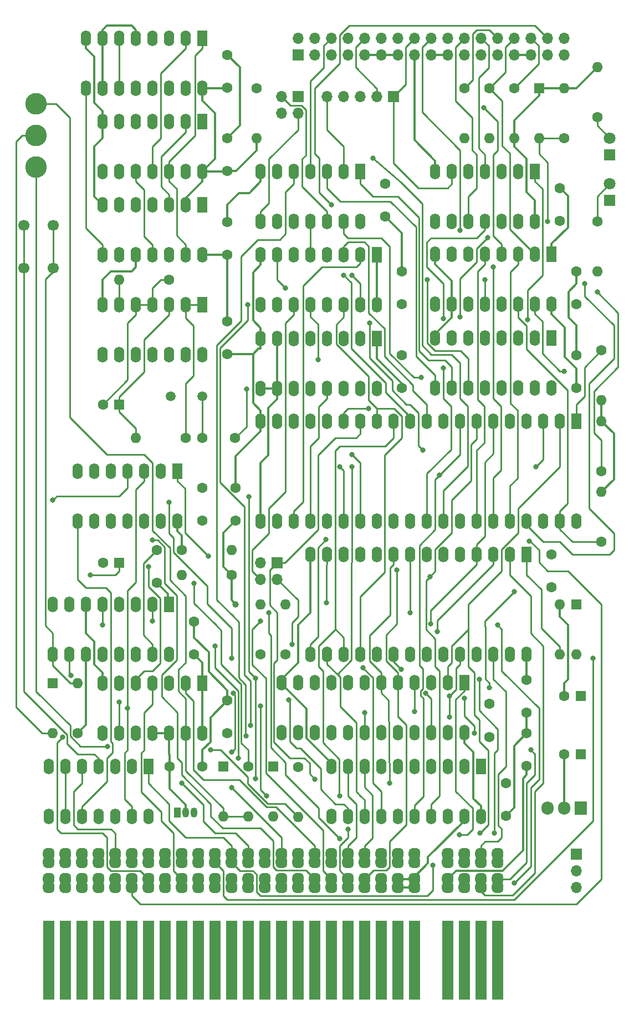
<source format=gbr>
G04 #@! TF.GenerationSoftware,KiCad,Pcbnew,5.99.0-unknown-b1b8a32~88~ubuntu19.10.1*
G04 #@! TF.CreationDate,2020-04-08T14:26:22+02:00*
G04 #@! TF.ProjectId,beta128_r0.3,62657461-3132-4385-9f72-302e332e6b69,rev?*
G04 #@! TF.SameCoordinates,Original*
G04 #@! TF.FileFunction,Copper,L1,Top*
G04 #@! TF.FilePolarity,Positive*
%FSLAX46Y46*%
G04 Gerber Fmt 4.6, Leading zero omitted, Abs format (unit mm)*
G04 Created by KiCad (PCBNEW 5.99.0-unknown-b1b8a32~88~ubuntu19.10.1) date 2020-04-08 14:26:22*
%MOMM*%
%LPD*%
G01*
G04 APERTURE LIST*
G04 #@! TA.AperFunction,ComponentPad*
%ADD10O,1.600000X1.600000*%
G04 #@! TD*
G04 #@! TA.AperFunction,ComponentPad*
%ADD11C,1.600000*%
G04 #@! TD*
G04 #@! TA.AperFunction,ComponentPad*
%ADD12O,1.600000X2.400000*%
G04 #@! TD*
G04 #@! TA.AperFunction,ComponentPad*
%ADD13R,1.600000X2.400000*%
G04 #@! TD*
G04 #@! TA.AperFunction,ConnectorPad*
%ADD14R,1.778000X7.620000*%
G04 #@! TD*
G04 #@! TA.AperFunction,ComponentPad*
%ADD15C,3.302000*%
G04 #@! TD*
G04 #@! TA.AperFunction,ComponentPad*
%ADD16R,1.600000X1.600000*%
G04 #@! TD*
G04 #@! TA.AperFunction,ComponentPad*
%ADD17C,1.700000*%
G04 #@! TD*
G04 #@! TA.AperFunction,ComponentPad*
%ADD18O,1.700000X1.700000*%
G04 #@! TD*
G04 #@! TA.AperFunction,ComponentPad*
%ADD19R,1.700000X1.700000*%
G04 #@! TD*
G04 #@! TA.AperFunction,ComponentPad*
%ADD20R,1.050000X1.500000*%
G04 #@! TD*
G04 #@! TA.AperFunction,ComponentPad*
%ADD21O,1.050000X1.500000*%
G04 #@! TD*
G04 #@! TA.AperFunction,ComponentPad*
%ADD22C,1.500000*%
G04 #@! TD*
G04 #@! TA.AperFunction,ComponentPad*
%ADD23O,1.905000X2.000000*%
G04 #@! TD*
G04 #@! TA.AperFunction,ComponentPad*
%ADD24R,1.905000X2.000000*%
G04 #@! TD*
G04 #@! TA.AperFunction,ComponentPad*
%ADD25C,1.800000*%
G04 #@! TD*
G04 #@! TA.AperFunction,ComponentPad*
%ADD26R,1.800000X1.800000*%
G04 #@! TD*
G04 #@! TA.AperFunction,ViaPad*
%ADD27C,1.000000*%
G04 #@! TD*
G04 #@! TA.AperFunction,ViaPad*
%ADD28C,0.800000*%
G04 #@! TD*
G04 #@! TA.AperFunction,Conductor*
%ADD29C,0.350000*%
G04 #@! TD*
G04 #@! TA.AperFunction,Conductor*
%ADD30C,0.250000*%
G04 #@! TD*
G04 APERTURE END LIST*
D10*
X57150000Y-74295000D03*
D11*
X64770000Y-74295000D03*
D12*
X93980000Y-65405000D03*
X78740000Y-57785000D03*
X91440000Y-65405000D03*
X81280000Y-57785000D03*
X88900000Y-65405000D03*
X83820000Y-57785000D03*
X86360000Y-65405000D03*
X86360000Y-57785000D03*
X83820000Y-65405000D03*
X88900000Y-57785000D03*
X81280000Y-65405000D03*
X91440000Y-57785000D03*
X78740000Y-65405000D03*
D13*
X93980000Y-57785000D03*
D14*
X114935000Y-180340000D03*
X112395000Y-180340000D03*
X109855000Y-180340000D03*
X107315000Y-180340000D03*
X102235000Y-180340000D03*
X99695000Y-180340000D03*
X97155000Y-180340000D03*
X94615000Y-180340000D03*
X92075000Y-180340000D03*
X89535000Y-180340000D03*
X86995000Y-180340000D03*
X84455000Y-180340000D03*
X81915000Y-180340000D03*
X79375000Y-180340000D03*
X76835000Y-180340000D03*
X74295000Y-180340000D03*
X71755000Y-180340000D03*
X69215000Y-180340000D03*
X66675000Y-180340000D03*
X64135000Y-180340000D03*
X61595000Y-180340000D03*
X59055000Y-180340000D03*
X56515000Y-180340000D03*
X53975000Y-180340000D03*
X51435000Y-180340000D03*
X48895000Y-180340000D03*
X46355000Y-180340000D03*
X114935000Y-175895000D03*
X112395000Y-175895000D03*
X109855000Y-175895000D03*
X107315000Y-175895000D03*
X102235000Y-175895000D03*
X99695000Y-175895000D03*
X97155000Y-175895000D03*
X94615000Y-175895000D03*
X92075000Y-175895000D03*
X89535000Y-175895000D03*
X86995000Y-175895000D03*
X84455000Y-175895000D03*
X81915000Y-175895000D03*
X79375000Y-175895000D03*
X76835000Y-175895000D03*
X74295000Y-175895000D03*
X71755000Y-175895000D03*
X69215000Y-175895000D03*
X66675000Y-175895000D03*
X64135000Y-175895000D03*
X61595000Y-175895000D03*
X59055000Y-175895000D03*
X56515000Y-175895000D03*
X53975000Y-175895000D03*
X51435000Y-175895000D03*
X48895000Y-175895000D03*
X46355000Y-175895000D03*
D15*
X44450000Y-47498000D03*
X44450000Y-52324000D03*
X44450000Y-57150000D03*
G04 #@! TA.AperFunction,ComponentPad*
G36*
G01*
X114046000Y-163497260D02*
X114046000Y-162892740D01*
G75*
G02*
X114632740Y-162306000I586740J0D01*
G01*
X115237260Y-162306000D01*
G75*
G02*
X115824000Y-162892740I0J-586740D01*
G01*
X115824000Y-163497260D01*
G75*
G02*
X115237260Y-164084000I-586740J0D01*
G01*
X114632740Y-164084000D01*
G75*
G02*
X114046000Y-163497260I0J586740D01*
G01*
G37*
G04 #@! TD.AperFunction*
G04 #@! TA.AperFunction,ComponentPad*
G36*
G01*
X111506000Y-163497260D02*
X111506000Y-162892740D01*
G75*
G02*
X112092740Y-162306000I586740J0D01*
G01*
X112697260Y-162306000D01*
G75*
G02*
X113284000Y-162892740I0J-586740D01*
G01*
X113284000Y-163497260D01*
G75*
G02*
X112697260Y-164084000I-586740J0D01*
G01*
X112092740Y-164084000D01*
G75*
G02*
X111506000Y-163497260I0J586740D01*
G01*
G37*
G04 #@! TD.AperFunction*
G04 #@! TA.AperFunction,ComponentPad*
G36*
G01*
X108966000Y-163497260D02*
X108966000Y-162892740D01*
G75*
G02*
X109552740Y-162306000I586740J0D01*
G01*
X110157260Y-162306000D01*
G75*
G02*
X110744000Y-162892740I0J-586740D01*
G01*
X110744000Y-163497260D01*
G75*
G02*
X110157260Y-164084000I-586740J0D01*
G01*
X109552740Y-164084000D01*
G75*
G02*
X108966000Y-163497260I0J586740D01*
G01*
G37*
G04 #@! TD.AperFunction*
G04 #@! TA.AperFunction,ComponentPad*
G36*
G01*
X106426000Y-163497260D02*
X106426000Y-162892740D01*
G75*
G02*
X107012740Y-162306000I586740J0D01*
G01*
X107617260Y-162306000D01*
G75*
G02*
X108204000Y-162892740I0J-586740D01*
G01*
X108204000Y-163497260D01*
G75*
G02*
X107617260Y-164084000I-586740J0D01*
G01*
X107012740Y-164084000D01*
G75*
G02*
X106426000Y-163497260I0J586740D01*
G01*
G37*
G04 #@! TD.AperFunction*
G04 #@! TA.AperFunction,ComponentPad*
G36*
G01*
X101346000Y-163497260D02*
X101346000Y-162892740D01*
G75*
G02*
X101932740Y-162306000I586740J0D01*
G01*
X102537260Y-162306000D01*
G75*
G02*
X103124000Y-162892740I0J-586740D01*
G01*
X103124000Y-163497260D01*
G75*
G02*
X102537260Y-164084000I-586740J0D01*
G01*
X101932740Y-164084000D01*
G75*
G02*
X101346000Y-163497260I0J586740D01*
G01*
G37*
G04 #@! TD.AperFunction*
G04 #@! TA.AperFunction,ComponentPad*
G36*
G01*
X98806000Y-163497260D02*
X98806000Y-162892740D01*
G75*
G02*
X99392740Y-162306000I586740J0D01*
G01*
X99997260Y-162306000D01*
G75*
G02*
X100584000Y-162892740I0J-586740D01*
G01*
X100584000Y-163497260D01*
G75*
G02*
X99997260Y-164084000I-586740J0D01*
G01*
X99392740Y-164084000D01*
G75*
G02*
X98806000Y-163497260I0J586740D01*
G01*
G37*
G04 #@! TD.AperFunction*
G04 #@! TA.AperFunction,ComponentPad*
G36*
G01*
X96266000Y-163497260D02*
X96266000Y-162892740D01*
G75*
G02*
X96852740Y-162306000I586740J0D01*
G01*
X97457260Y-162306000D01*
G75*
G02*
X98044000Y-162892740I0J-586740D01*
G01*
X98044000Y-163497260D01*
G75*
G02*
X97457260Y-164084000I-586740J0D01*
G01*
X96852740Y-164084000D01*
G75*
G02*
X96266000Y-163497260I0J586740D01*
G01*
G37*
G04 #@! TD.AperFunction*
G04 #@! TA.AperFunction,ComponentPad*
G36*
G01*
X93726000Y-163497260D02*
X93726000Y-162892740D01*
G75*
G02*
X94312740Y-162306000I586740J0D01*
G01*
X94917260Y-162306000D01*
G75*
G02*
X95504000Y-162892740I0J-586740D01*
G01*
X95504000Y-163497260D01*
G75*
G02*
X94917260Y-164084000I-586740J0D01*
G01*
X94312740Y-164084000D01*
G75*
G02*
X93726000Y-163497260I0J586740D01*
G01*
G37*
G04 #@! TD.AperFunction*
G04 #@! TA.AperFunction,ComponentPad*
G36*
G01*
X91186000Y-163497260D02*
X91186000Y-162892740D01*
G75*
G02*
X91772740Y-162306000I586740J0D01*
G01*
X92377260Y-162306000D01*
G75*
G02*
X92964000Y-162892740I0J-586740D01*
G01*
X92964000Y-163497260D01*
G75*
G02*
X92377260Y-164084000I-586740J0D01*
G01*
X91772740Y-164084000D01*
G75*
G02*
X91186000Y-163497260I0J586740D01*
G01*
G37*
G04 #@! TD.AperFunction*
G04 #@! TA.AperFunction,ComponentPad*
G36*
G01*
X88646000Y-163497260D02*
X88646000Y-162892740D01*
G75*
G02*
X89232740Y-162306000I586740J0D01*
G01*
X89837260Y-162306000D01*
G75*
G02*
X90424000Y-162892740I0J-586740D01*
G01*
X90424000Y-163497260D01*
G75*
G02*
X89837260Y-164084000I-586740J0D01*
G01*
X89232740Y-164084000D01*
G75*
G02*
X88646000Y-163497260I0J586740D01*
G01*
G37*
G04 #@! TD.AperFunction*
G04 #@! TA.AperFunction,ComponentPad*
G36*
G01*
X86106000Y-163497260D02*
X86106000Y-162892740D01*
G75*
G02*
X86692740Y-162306000I586740J0D01*
G01*
X87297260Y-162306000D01*
G75*
G02*
X87884000Y-162892740I0J-586740D01*
G01*
X87884000Y-163497260D01*
G75*
G02*
X87297260Y-164084000I-586740J0D01*
G01*
X86692740Y-164084000D01*
G75*
G02*
X86106000Y-163497260I0J586740D01*
G01*
G37*
G04 #@! TD.AperFunction*
G04 #@! TA.AperFunction,ComponentPad*
G36*
G01*
X83566000Y-163497260D02*
X83566000Y-162892740D01*
G75*
G02*
X84152740Y-162306000I586740J0D01*
G01*
X84757260Y-162306000D01*
G75*
G02*
X85344000Y-162892740I0J-586740D01*
G01*
X85344000Y-163497260D01*
G75*
G02*
X84757260Y-164084000I-586740J0D01*
G01*
X84152740Y-164084000D01*
G75*
G02*
X83566000Y-163497260I0J586740D01*
G01*
G37*
G04 #@! TD.AperFunction*
G04 #@! TA.AperFunction,ComponentPad*
G36*
G01*
X81026000Y-163497260D02*
X81026000Y-162892740D01*
G75*
G02*
X81612740Y-162306000I586740J0D01*
G01*
X82217260Y-162306000D01*
G75*
G02*
X82804000Y-162892740I0J-586740D01*
G01*
X82804000Y-163497260D01*
G75*
G02*
X82217260Y-164084000I-586740J0D01*
G01*
X81612740Y-164084000D01*
G75*
G02*
X81026000Y-163497260I0J586740D01*
G01*
G37*
G04 #@! TD.AperFunction*
G04 #@! TA.AperFunction,ComponentPad*
G36*
G01*
X78486000Y-163497260D02*
X78486000Y-162892740D01*
G75*
G02*
X79072740Y-162306000I586740J0D01*
G01*
X79677260Y-162306000D01*
G75*
G02*
X80264000Y-162892740I0J-586740D01*
G01*
X80264000Y-163497260D01*
G75*
G02*
X79677260Y-164084000I-586740J0D01*
G01*
X79072740Y-164084000D01*
G75*
G02*
X78486000Y-163497260I0J586740D01*
G01*
G37*
G04 #@! TD.AperFunction*
G04 #@! TA.AperFunction,ComponentPad*
G36*
G01*
X75946000Y-163497260D02*
X75946000Y-162892740D01*
G75*
G02*
X76532740Y-162306000I586740J0D01*
G01*
X77137260Y-162306000D01*
G75*
G02*
X77724000Y-162892740I0J-586740D01*
G01*
X77724000Y-163497260D01*
G75*
G02*
X77137260Y-164084000I-586740J0D01*
G01*
X76532740Y-164084000D01*
G75*
G02*
X75946000Y-163497260I0J586740D01*
G01*
G37*
G04 #@! TD.AperFunction*
G04 #@! TA.AperFunction,ComponentPad*
G36*
G01*
X73406000Y-163497260D02*
X73406000Y-162892740D01*
G75*
G02*
X73992740Y-162306000I586740J0D01*
G01*
X74597260Y-162306000D01*
G75*
G02*
X75184000Y-162892740I0J-586740D01*
G01*
X75184000Y-163497260D01*
G75*
G02*
X74597260Y-164084000I-586740J0D01*
G01*
X73992740Y-164084000D01*
G75*
G02*
X73406000Y-163497260I0J586740D01*
G01*
G37*
G04 #@! TD.AperFunction*
G04 #@! TA.AperFunction,ComponentPad*
G36*
G01*
X70866000Y-163497260D02*
X70866000Y-162892740D01*
G75*
G02*
X71452740Y-162306000I586740J0D01*
G01*
X72057260Y-162306000D01*
G75*
G02*
X72644000Y-162892740I0J-586740D01*
G01*
X72644000Y-163497260D01*
G75*
G02*
X72057260Y-164084000I-586740J0D01*
G01*
X71452740Y-164084000D01*
G75*
G02*
X70866000Y-163497260I0J586740D01*
G01*
G37*
G04 #@! TD.AperFunction*
G04 #@! TA.AperFunction,ComponentPad*
G36*
G01*
X68326000Y-163497260D02*
X68326000Y-162892740D01*
G75*
G02*
X68912740Y-162306000I586740J0D01*
G01*
X69517260Y-162306000D01*
G75*
G02*
X70104000Y-162892740I0J-586740D01*
G01*
X70104000Y-163497260D01*
G75*
G02*
X69517260Y-164084000I-586740J0D01*
G01*
X68912740Y-164084000D01*
G75*
G02*
X68326000Y-163497260I0J586740D01*
G01*
G37*
G04 #@! TD.AperFunction*
G04 #@! TA.AperFunction,ComponentPad*
G36*
G01*
X65786000Y-163497260D02*
X65786000Y-162892740D01*
G75*
G02*
X66372740Y-162306000I586740J0D01*
G01*
X66977260Y-162306000D01*
G75*
G02*
X67564000Y-162892740I0J-586740D01*
G01*
X67564000Y-163497260D01*
G75*
G02*
X66977260Y-164084000I-586740J0D01*
G01*
X66372740Y-164084000D01*
G75*
G02*
X65786000Y-163497260I0J586740D01*
G01*
G37*
G04 #@! TD.AperFunction*
G04 #@! TA.AperFunction,ComponentPad*
G36*
G01*
X63246000Y-163497260D02*
X63246000Y-162892740D01*
G75*
G02*
X63832740Y-162306000I586740J0D01*
G01*
X64437260Y-162306000D01*
G75*
G02*
X65024000Y-162892740I0J-586740D01*
G01*
X65024000Y-163497260D01*
G75*
G02*
X64437260Y-164084000I-586740J0D01*
G01*
X63832740Y-164084000D01*
G75*
G02*
X63246000Y-163497260I0J586740D01*
G01*
G37*
G04 #@! TD.AperFunction*
G04 #@! TA.AperFunction,ComponentPad*
G36*
G01*
X60706000Y-163497260D02*
X60706000Y-162892740D01*
G75*
G02*
X61292740Y-162306000I586740J0D01*
G01*
X61897260Y-162306000D01*
G75*
G02*
X62484000Y-162892740I0J-586740D01*
G01*
X62484000Y-163497260D01*
G75*
G02*
X61897260Y-164084000I-586740J0D01*
G01*
X61292740Y-164084000D01*
G75*
G02*
X60706000Y-163497260I0J586740D01*
G01*
G37*
G04 #@! TD.AperFunction*
G04 #@! TA.AperFunction,ComponentPad*
G36*
G01*
X58166000Y-163497260D02*
X58166000Y-162892740D01*
G75*
G02*
X58752740Y-162306000I586740J0D01*
G01*
X59357260Y-162306000D01*
G75*
G02*
X59944000Y-162892740I0J-586740D01*
G01*
X59944000Y-163497260D01*
G75*
G02*
X59357260Y-164084000I-586740J0D01*
G01*
X58752740Y-164084000D01*
G75*
G02*
X58166000Y-163497260I0J586740D01*
G01*
G37*
G04 #@! TD.AperFunction*
G04 #@! TA.AperFunction,ComponentPad*
G36*
G01*
X50546000Y-163497260D02*
X50546000Y-162892740D01*
G75*
G02*
X51132740Y-162306000I586740J0D01*
G01*
X51737260Y-162306000D01*
G75*
G02*
X52324000Y-162892740I0J-586740D01*
G01*
X52324000Y-163497260D01*
G75*
G02*
X51737260Y-164084000I-586740J0D01*
G01*
X51132740Y-164084000D01*
G75*
G02*
X50546000Y-163497260I0J586740D01*
G01*
G37*
G04 #@! TD.AperFunction*
G04 #@! TA.AperFunction,ComponentPad*
G36*
G01*
X53086000Y-163497260D02*
X53086000Y-162892740D01*
G75*
G02*
X53672740Y-162306000I586740J0D01*
G01*
X54277260Y-162306000D01*
G75*
G02*
X54864000Y-162892740I0J-586740D01*
G01*
X54864000Y-163497260D01*
G75*
G02*
X54277260Y-164084000I-586740J0D01*
G01*
X53672740Y-164084000D01*
G75*
G02*
X53086000Y-163497260I0J586740D01*
G01*
G37*
G04 #@! TD.AperFunction*
G04 #@! TA.AperFunction,ComponentPad*
G36*
G01*
X45466000Y-163497260D02*
X45466000Y-162892740D01*
G75*
G02*
X46052740Y-162306000I586740J0D01*
G01*
X46657260Y-162306000D01*
G75*
G02*
X47244000Y-162892740I0J-586740D01*
G01*
X47244000Y-163497260D01*
G75*
G02*
X46657260Y-164084000I-586740J0D01*
G01*
X46052740Y-164084000D01*
G75*
G02*
X45466000Y-163497260I0J586740D01*
G01*
G37*
G04 #@! TD.AperFunction*
G04 #@! TA.AperFunction,ComponentPad*
G36*
G01*
X48006000Y-163497260D02*
X48006000Y-162892740D01*
G75*
G02*
X48592740Y-162306000I586740J0D01*
G01*
X49197260Y-162306000D01*
G75*
G02*
X49784000Y-162892740I0J-586740D01*
G01*
X49784000Y-163497260D01*
G75*
G02*
X49197260Y-164084000I-586740J0D01*
G01*
X48592740Y-164084000D01*
G75*
G02*
X48006000Y-163497260I0J586740D01*
G01*
G37*
G04 #@! TD.AperFunction*
G04 #@! TA.AperFunction,ComponentPad*
G36*
G01*
X55626000Y-163497260D02*
X55626000Y-162892740D01*
G75*
G02*
X56212740Y-162306000I586740J0D01*
G01*
X56817260Y-162306000D01*
G75*
G02*
X57404000Y-162892740I0J-586740D01*
G01*
X57404000Y-163497260D01*
G75*
G02*
X56817260Y-164084000I-586740J0D01*
G01*
X56212740Y-164084000D01*
G75*
G02*
X55626000Y-163497260I0J586740D01*
G01*
G37*
G04 #@! TD.AperFunction*
G04 #@! TA.AperFunction,ComponentPad*
G36*
G01*
X45466000Y-166037260D02*
X45466000Y-165432740D01*
G75*
G02*
X46052740Y-164846000I586740J0D01*
G01*
X46657260Y-164846000D01*
G75*
G02*
X47244000Y-165432740I0J-586740D01*
G01*
X47244000Y-166037260D01*
G75*
G02*
X46657260Y-166624000I-586740J0D01*
G01*
X46052740Y-166624000D01*
G75*
G02*
X45466000Y-166037260I0J586740D01*
G01*
G37*
G04 #@! TD.AperFunction*
G04 #@! TA.AperFunction,ComponentPad*
G36*
G01*
X48006000Y-166037260D02*
X48006000Y-165432740D01*
G75*
G02*
X48592740Y-164846000I586740J0D01*
G01*
X49197260Y-164846000D01*
G75*
G02*
X49784000Y-165432740I0J-586740D01*
G01*
X49784000Y-166037260D01*
G75*
G02*
X49197260Y-166624000I-586740J0D01*
G01*
X48592740Y-166624000D01*
G75*
G02*
X48006000Y-166037260I0J586740D01*
G01*
G37*
G04 #@! TD.AperFunction*
G04 #@! TA.AperFunction,ComponentPad*
G36*
G01*
X50546000Y-166037260D02*
X50546000Y-165432740D01*
G75*
G02*
X51132740Y-164846000I586740J0D01*
G01*
X51737260Y-164846000D01*
G75*
G02*
X52324000Y-165432740I0J-586740D01*
G01*
X52324000Y-166037260D01*
G75*
G02*
X51737260Y-166624000I-586740J0D01*
G01*
X51132740Y-166624000D01*
G75*
G02*
X50546000Y-166037260I0J586740D01*
G01*
G37*
G04 #@! TD.AperFunction*
G04 #@! TA.AperFunction,ComponentPad*
G36*
G01*
X68326000Y-166037260D02*
X68326000Y-165432740D01*
G75*
G02*
X68912740Y-164846000I586740J0D01*
G01*
X69517260Y-164846000D01*
G75*
G02*
X70104000Y-165432740I0J-586740D01*
G01*
X70104000Y-166037260D01*
G75*
G02*
X69517260Y-166624000I-586740J0D01*
G01*
X68912740Y-166624000D01*
G75*
G02*
X68326000Y-166037260I0J586740D01*
G01*
G37*
G04 #@! TD.AperFunction*
G04 #@! TA.AperFunction,ComponentPad*
G36*
G01*
X63246000Y-166037260D02*
X63246000Y-165432740D01*
G75*
G02*
X63832740Y-164846000I586740J0D01*
G01*
X64437260Y-164846000D01*
G75*
G02*
X65024000Y-165432740I0J-586740D01*
G01*
X65024000Y-166037260D01*
G75*
G02*
X64437260Y-166624000I-586740J0D01*
G01*
X63832740Y-166624000D01*
G75*
G02*
X63246000Y-166037260I0J586740D01*
G01*
G37*
G04 #@! TD.AperFunction*
G04 #@! TA.AperFunction,ComponentPad*
G36*
G01*
X60706000Y-166037260D02*
X60706000Y-165432740D01*
G75*
G02*
X61292740Y-164846000I586740J0D01*
G01*
X61897260Y-164846000D01*
G75*
G02*
X62484000Y-165432740I0J-586740D01*
G01*
X62484000Y-166037260D01*
G75*
G02*
X61897260Y-166624000I-586740J0D01*
G01*
X61292740Y-166624000D01*
G75*
G02*
X60706000Y-166037260I0J586740D01*
G01*
G37*
G04 #@! TD.AperFunction*
G04 #@! TA.AperFunction,ComponentPad*
G36*
G01*
X53086000Y-166037260D02*
X53086000Y-165432740D01*
G75*
G02*
X53672740Y-164846000I586740J0D01*
G01*
X54277260Y-164846000D01*
G75*
G02*
X54864000Y-165432740I0J-586740D01*
G01*
X54864000Y-166037260D01*
G75*
G02*
X54277260Y-166624000I-586740J0D01*
G01*
X53672740Y-166624000D01*
G75*
G02*
X53086000Y-166037260I0J586740D01*
G01*
G37*
G04 #@! TD.AperFunction*
G04 #@! TA.AperFunction,ComponentPad*
G36*
G01*
X55626000Y-166037260D02*
X55626000Y-165432740D01*
G75*
G02*
X56212740Y-164846000I586740J0D01*
G01*
X56817260Y-164846000D01*
G75*
G02*
X57404000Y-165432740I0J-586740D01*
G01*
X57404000Y-166037260D01*
G75*
G02*
X56817260Y-166624000I-586740J0D01*
G01*
X56212740Y-166624000D01*
G75*
G02*
X55626000Y-166037260I0J586740D01*
G01*
G37*
G04 #@! TD.AperFunction*
G04 #@! TA.AperFunction,ComponentPad*
G36*
G01*
X58166000Y-166037260D02*
X58166000Y-165432740D01*
G75*
G02*
X58752740Y-164846000I586740J0D01*
G01*
X59357260Y-164846000D01*
G75*
G02*
X59944000Y-165432740I0J-586740D01*
G01*
X59944000Y-166037260D01*
G75*
G02*
X59357260Y-166624000I-586740J0D01*
G01*
X58752740Y-166624000D01*
G75*
G02*
X58166000Y-166037260I0J586740D01*
G01*
G37*
G04 #@! TD.AperFunction*
G04 #@! TA.AperFunction,ComponentPad*
G36*
G01*
X114046000Y-166037260D02*
X114046000Y-165432740D01*
G75*
G02*
X114632740Y-164846000I586740J0D01*
G01*
X115237260Y-164846000D01*
G75*
G02*
X115824000Y-165432740I0J-586740D01*
G01*
X115824000Y-166037260D01*
G75*
G02*
X115237260Y-166624000I-586740J0D01*
G01*
X114632740Y-166624000D01*
G75*
G02*
X114046000Y-166037260I0J586740D01*
G01*
G37*
G04 #@! TD.AperFunction*
G04 #@! TA.AperFunction,ComponentPad*
G36*
G01*
X111506000Y-166037260D02*
X111506000Y-165432740D01*
G75*
G02*
X112092740Y-164846000I586740J0D01*
G01*
X112697260Y-164846000D01*
G75*
G02*
X113284000Y-165432740I0J-586740D01*
G01*
X113284000Y-166037260D01*
G75*
G02*
X112697260Y-166624000I-586740J0D01*
G01*
X112092740Y-166624000D01*
G75*
G02*
X111506000Y-166037260I0J586740D01*
G01*
G37*
G04 #@! TD.AperFunction*
G04 #@! TA.AperFunction,ComponentPad*
G36*
G01*
X108966000Y-166037260D02*
X108966000Y-165432740D01*
G75*
G02*
X109552740Y-164846000I586740J0D01*
G01*
X110157260Y-164846000D01*
G75*
G02*
X110744000Y-165432740I0J-586740D01*
G01*
X110744000Y-166037260D01*
G75*
G02*
X110157260Y-166624000I-586740J0D01*
G01*
X109552740Y-166624000D01*
G75*
G02*
X108966000Y-166037260I0J586740D01*
G01*
G37*
G04 #@! TD.AperFunction*
G04 #@! TA.AperFunction,ComponentPad*
G36*
G01*
X106426000Y-166037260D02*
X106426000Y-165432740D01*
G75*
G02*
X107012740Y-164846000I586740J0D01*
G01*
X107617260Y-164846000D01*
G75*
G02*
X108204000Y-165432740I0J-586740D01*
G01*
X108204000Y-166037260D01*
G75*
G02*
X107617260Y-166624000I-586740J0D01*
G01*
X107012740Y-166624000D01*
G75*
G02*
X106426000Y-166037260I0J586740D01*
G01*
G37*
G04 #@! TD.AperFunction*
G04 #@! TA.AperFunction,ComponentPad*
G36*
G01*
X101346000Y-166037260D02*
X101346000Y-165432740D01*
G75*
G02*
X101932740Y-164846000I586740J0D01*
G01*
X102537260Y-164846000D01*
G75*
G02*
X103124000Y-165432740I0J-586740D01*
G01*
X103124000Y-166037260D01*
G75*
G02*
X102537260Y-166624000I-586740J0D01*
G01*
X101932740Y-166624000D01*
G75*
G02*
X101346000Y-166037260I0J586740D01*
G01*
G37*
G04 #@! TD.AperFunction*
G04 #@! TA.AperFunction,ComponentPad*
G36*
G01*
X98806000Y-166037260D02*
X98806000Y-165432740D01*
G75*
G02*
X99392740Y-164846000I586740J0D01*
G01*
X99997260Y-164846000D01*
G75*
G02*
X100584000Y-165432740I0J-586740D01*
G01*
X100584000Y-166037260D01*
G75*
G02*
X99997260Y-166624000I-586740J0D01*
G01*
X99392740Y-166624000D01*
G75*
G02*
X98806000Y-166037260I0J586740D01*
G01*
G37*
G04 #@! TD.AperFunction*
G04 #@! TA.AperFunction,ComponentPad*
G36*
G01*
X96266000Y-166037260D02*
X96266000Y-165432740D01*
G75*
G02*
X96852740Y-164846000I586740J0D01*
G01*
X97457260Y-164846000D01*
G75*
G02*
X98044000Y-165432740I0J-586740D01*
G01*
X98044000Y-166037260D01*
G75*
G02*
X97457260Y-166624000I-586740J0D01*
G01*
X96852740Y-166624000D01*
G75*
G02*
X96266000Y-166037260I0J586740D01*
G01*
G37*
G04 #@! TD.AperFunction*
G04 #@! TA.AperFunction,ComponentPad*
G36*
G01*
X93726000Y-166037260D02*
X93726000Y-165432740D01*
G75*
G02*
X94312740Y-164846000I586740J0D01*
G01*
X94917260Y-164846000D01*
G75*
G02*
X95504000Y-165432740I0J-586740D01*
G01*
X95504000Y-166037260D01*
G75*
G02*
X94917260Y-166624000I-586740J0D01*
G01*
X94312740Y-166624000D01*
G75*
G02*
X93726000Y-166037260I0J586740D01*
G01*
G37*
G04 #@! TD.AperFunction*
G04 #@! TA.AperFunction,ComponentPad*
G36*
G01*
X91186000Y-166037260D02*
X91186000Y-165432740D01*
G75*
G02*
X91772740Y-164846000I586740J0D01*
G01*
X92377260Y-164846000D01*
G75*
G02*
X92964000Y-165432740I0J-586740D01*
G01*
X92964000Y-166037260D01*
G75*
G02*
X92377260Y-166624000I-586740J0D01*
G01*
X91772740Y-166624000D01*
G75*
G02*
X91186000Y-166037260I0J586740D01*
G01*
G37*
G04 #@! TD.AperFunction*
G04 #@! TA.AperFunction,ComponentPad*
G36*
G01*
X88646000Y-166037260D02*
X88646000Y-165432740D01*
G75*
G02*
X89232740Y-164846000I586740J0D01*
G01*
X89837260Y-164846000D01*
G75*
G02*
X90424000Y-165432740I0J-586740D01*
G01*
X90424000Y-166037260D01*
G75*
G02*
X89837260Y-166624000I-586740J0D01*
G01*
X89232740Y-166624000D01*
G75*
G02*
X88646000Y-166037260I0J586740D01*
G01*
G37*
G04 #@! TD.AperFunction*
G04 #@! TA.AperFunction,ComponentPad*
G36*
G01*
X86106000Y-166037260D02*
X86106000Y-165432740D01*
G75*
G02*
X86692740Y-164846000I586740J0D01*
G01*
X87297260Y-164846000D01*
G75*
G02*
X87884000Y-165432740I0J-586740D01*
G01*
X87884000Y-166037260D01*
G75*
G02*
X87297260Y-166624000I-586740J0D01*
G01*
X86692740Y-166624000D01*
G75*
G02*
X86106000Y-166037260I0J586740D01*
G01*
G37*
G04 #@! TD.AperFunction*
G04 #@! TA.AperFunction,ComponentPad*
G36*
G01*
X83566000Y-166037260D02*
X83566000Y-165432740D01*
G75*
G02*
X84152740Y-164846000I586740J0D01*
G01*
X84757260Y-164846000D01*
G75*
G02*
X85344000Y-165432740I0J-586740D01*
G01*
X85344000Y-166037260D01*
G75*
G02*
X84757260Y-166624000I-586740J0D01*
G01*
X84152740Y-166624000D01*
G75*
G02*
X83566000Y-166037260I0J586740D01*
G01*
G37*
G04 #@! TD.AperFunction*
G04 #@! TA.AperFunction,ComponentPad*
G36*
G01*
X81026000Y-166037260D02*
X81026000Y-165432740D01*
G75*
G02*
X81612740Y-164846000I586740J0D01*
G01*
X82217260Y-164846000D01*
G75*
G02*
X82804000Y-165432740I0J-586740D01*
G01*
X82804000Y-166037260D01*
G75*
G02*
X82217260Y-166624000I-586740J0D01*
G01*
X81612740Y-166624000D01*
G75*
G02*
X81026000Y-166037260I0J586740D01*
G01*
G37*
G04 #@! TD.AperFunction*
G04 #@! TA.AperFunction,ComponentPad*
G36*
G01*
X78486000Y-166037260D02*
X78486000Y-165432740D01*
G75*
G02*
X79072740Y-164846000I586740J0D01*
G01*
X79677260Y-164846000D01*
G75*
G02*
X80264000Y-165432740I0J-586740D01*
G01*
X80264000Y-166037260D01*
G75*
G02*
X79677260Y-166624000I-586740J0D01*
G01*
X79072740Y-166624000D01*
G75*
G02*
X78486000Y-166037260I0J586740D01*
G01*
G37*
G04 #@! TD.AperFunction*
G04 #@! TA.AperFunction,ComponentPad*
G36*
G01*
X75946000Y-166037260D02*
X75946000Y-165432740D01*
G75*
G02*
X76532740Y-164846000I586740J0D01*
G01*
X77137260Y-164846000D01*
G75*
G02*
X77724000Y-165432740I0J-586740D01*
G01*
X77724000Y-166037260D01*
G75*
G02*
X77137260Y-166624000I-586740J0D01*
G01*
X76532740Y-166624000D01*
G75*
G02*
X75946000Y-166037260I0J586740D01*
G01*
G37*
G04 #@! TD.AperFunction*
G04 #@! TA.AperFunction,ComponentPad*
G36*
G01*
X73406000Y-166037260D02*
X73406000Y-165432740D01*
G75*
G02*
X73992740Y-164846000I586740J0D01*
G01*
X74597260Y-164846000D01*
G75*
G02*
X75184000Y-165432740I0J-586740D01*
G01*
X75184000Y-166037260D01*
G75*
G02*
X74597260Y-166624000I-586740J0D01*
G01*
X73992740Y-166624000D01*
G75*
G02*
X73406000Y-166037260I0J586740D01*
G01*
G37*
G04 #@! TD.AperFunction*
G04 #@! TA.AperFunction,ComponentPad*
G36*
G01*
X70866000Y-166037260D02*
X70866000Y-165432740D01*
G75*
G02*
X71452740Y-164846000I586740J0D01*
G01*
X72057260Y-164846000D01*
G75*
G02*
X72644000Y-165432740I0J-586740D01*
G01*
X72644000Y-166037260D01*
G75*
G02*
X72057260Y-166624000I-586740J0D01*
G01*
X71452740Y-166624000D01*
G75*
G02*
X70866000Y-166037260I0J586740D01*
G01*
G37*
G04 #@! TD.AperFunction*
G04 #@! TA.AperFunction,ComponentPad*
G36*
G01*
X65786000Y-166037260D02*
X65786000Y-165432740D01*
G75*
G02*
X66372740Y-164846000I586740J0D01*
G01*
X66977260Y-164846000D01*
G75*
G02*
X67564000Y-165432740I0J-586740D01*
G01*
X67564000Y-166037260D01*
G75*
G02*
X66977260Y-166624000I-586740J0D01*
G01*
X66372740Y-166624000D01*
G75*
G02*
X65786000Y-166037260I0J586740D01*
G01*
G37*
G04 #@! TD.AperFunction*
G04 #@! TA.AperFunction,ComponentPad*
G36*
G01*
X114046000Y-162227260D02*
X114046000Y-161622740D01*
G75*
G02*
X114632740Y-161036000I586740J0D01*
G01*
X115237260Y-161036000D01*
G75*
G02*
X115824000Y-161622740I0J-586740D01*
G01*
X115824000Y-162227260D01*
G75*
G02*
X115237260Y-162814000I-586740J0D01*
G01*
X114632740Y-162814000D01*
G75*
G02*
X114046000Y-162227260I0J586740D01*
G01*
G37*
G04 #@! TD.AperFunction*
G04 #@! TA.AperFunction,ComponentPad*
G36*
G01*
X111506000Y-162227260D02*
X111506000Y-161622740D01*
G75*
G02*
X112092740Y-161036000I586740J0D01*
G01*
X112697260Y-161036000D01*
G75*
G02*
X113284000Y-161622740I0J-586740D01*
G01*
X113284000Y-162227260D01*
G75*
G02*
X112697260Y-162814000I-586740J0D01*
G01*
X112092740Y-162814000D01*
G75*
G02*
X111506000Y-162227260I0J586740D01*
G01*
G37*
G04 #@! TD.AperFunction*
G04 #@! TA.AperFunction,ComponentPad*
G36*
G01*
X108966000Y-162227260D02*
X108966000Y-161622740D01*
G75*
G02*
X109552740Y-161036000I586740J0D01*
G01*
X110157260Y-161036000D01*
G75*
G02*
X110744000Y-161622740I0J-586740D01*
G01*
X110744000Y-162227260D01*
G75*
G02*
X110157260Y-162814000I-586740J0D01*
G01*
X109552740Y-162814000D01*
G75*
G02*
X108966000Y-162227260I0J586740D01*
G01*
G37*
G04 #@! TD.AperFunction*
G04 #@! TA.AperFunction,ComponentPad*
G36*
G01*
X106426000Y-162227260D02*
X106426000Y-161622740D01*
G75*
G02*
X107012740Y-161036000I586740J0D01*
G01*
X107617260Y-161036000D01*
G75*
G02*
X108204000Y-161622740I0J-586740D01*
G01*
X108204000Y-162227260D01*
G75*
G02*
X107617260Y-162814000I-586740J0D01*
G01*
X107012740Y-162814000D01*
G75*
G02*
X106426000Y-162227260I0J586740D01*
G01*
G37*
G04 #@! TD.AperFunction*
G04 #@! TA.AperFunction,ComponentPad*
G36*
G01*
X101346000Y-162227260D02*
X101346000Y-161622740D01*
G75*
G02*
X101932740Y-161036000I586740J0D01*
G01*
X102537260Y-161036000D01*
G75*
G02*
X103124000Y-161622740I0J-586740D01*
G01*
X103124000Y-162227260D01*
G75*
G02*
X102537260Y-162814000I-586740J0D01*
G01*
X101932740Y-162814000D01*
G75*
G02*
X101346000Y-162227260I0J586740D01*
G01*
G37*
G04 #@! TD.AperFunction*
G04 #@! TA.AperFunction,ComponentPad*
G36*
G01*
X98806000Y-162227260D02*
X98806000Y-161622740D01*
G75*
G02*
X99392740Y-161036000I586740J0D01*
G01*
X99997260Y-161036000D01*
G75*
G02*
X100584000Y-161622740I0J-586740D01*
G01*
X100584000Y-162227260D01*
G75*
G02*
X99997260Y-162814000I-586740J0D01*
G01*
X99392740Y-162814000D01*
G75*
G02*
X98806000Y-162227260I0J586740D01*
G01*
G37*
G04 #@! TD.AperFunction*
G04 #@! TA.AperFunction,ComponentPad*
G36*
G01*
X96266000Y-162227260D02*
X96266000Y-161622740D01*
G75*
G02*
X96852740Y-161036000I586740J0D01*
G01*
X97457260Y-161036000D01*
G75*
G02*
X98044000Y-161622740I0J-586740D01*
G01*
X98044000Y-162227260D01*
G75*
G02*
X97457260Y-162814000I-586740J0D01*
G01*
X96852740Y-162814000D01*
G75*
G02*
X96266000Y-162227260I0J586740D01*
G01*
G37*
G04 #@! TD.AperFunction*
G04 #@! TA.AperFunction,ComponentPad*
G36*
G01*
X93726000Y-162227260D02*
X93726000Y-161622740D01*
G75*
G02*
X94312740Y-161036000I586740J0D01*
G01*
X94917260Y-161036000D01*
G75*
G02*
X95504000Y-161622740I0J-586740D01*
G01*
X95504000Y-162227260D01*
G75*
G02*
X94917260Y-162814000I-586740J0D01*
G01*
X94312740Y-162814000D01*
G75*
G02*
X93726000Y-162227260I0J586740D01*
G01*
G37*
G04 #@! TD.AperFunction*
G04 #@! TA.AperFunction,ComponentPad*
G36*
G01*
X91186000Y-162227260D02*
X91186000Y-161622740D01*
G75*
G02*
X91772740Y-161036000I586740J0D01*
G01*
X92377260Y-161036000D01*
G75*
G02*
X92964000Y-161622740I0J-586740D01*
G01*
X92964000Y-162227260D01*
G75*
G02*
X92377260Y-162814000I-586740J0D01*
G01*
X91772740Y-162814000D01*
G75*
G02*
X91186000Y-162227260I0J586740D01*
G01*
G37*
G04 #@! TD.AperFunction*
G04 #@! TA.AperFunction,ComponentPad*
G36*
G01*
X88646000Y-162227260D02*
X88646000Y-161622740D01*
G75*
G02*
X89232740Y-161036000I586740J0D01*
G01*
X89837260Y-161036000D01*
G75*
G02*
X90424000Y-161622740I0J-586740D01*
G01*
X90424000Y-162227260D01*
G75*
G02*
X89837260Y-162814000I-586740J0D01*
G01*
X89232740Y-162814000D01*
G75*
G02*
X88646000Y-162227260I0J586740D01*
G01*
G37*
G04 #@! TD.AperFunction*
G04 #@! TA.AperFunction,ComponentPad*
G36*
G01*
X86106000Y-162227260D02*
X86106000Y-161622740D01*
G75*
G02*
X86692740Y-161036000I586740J0D01*
G01*
X87297260Y-161036000D01*
G75*
G02*
X87884000Y-161622740I0J-586740D01*
G01*
X87884000Y-162227260D01*
G75*
G02*
X87297260Y-162814000I-586740J0D01*
G01*
X86692740Y-162814000D01*
G75*
G02*
X86106000Y-162227260I0J586740D01*
G01*
G37*
G04 #@! TD.AperFunction*
G04 #@! TA.AperFunction,ComponentPad*
G36*
G01*
X83566000Y-162227260D02*
X83566000Y-161622740D01*
G75*
G02*
X84152740Y-161036000I586740J0D01*
G01*
X84757260Y-161036000D01*
G75*
G02*
X85344000Y-161622740I0J-586740D01*
G01*
X85344000Y-162227260D01*
G75*
G02*
X84757260Y-162814000I-586740J0D01*
G01*
X84152740Y-162814000D01*
G75*
G02*
X83566000Y-162227260I0J586740D01*
G01*
G37*
G04 #@! TD.AperFunction*
G04 #@! TA.AperFunction,ComponentPad*
G36*
G01*
X81026000Y-162227260D02*
X81026000Y-161622740D01*
G75*
G02*
X81612740Y-161036000I586740J0D01*
G01*
X82217260Y-161036000D01*
G75*
G02*
X82804000Y-161622740I0J-586740D01*
G01*
X82804000Y-162227260D01*
G75*
G02*
X82217260Y-162814000I-586740J0D01*
G01*
X81612740Y-162814000D01*
G75*
G02*
X81026000Y-162227260I0J586740D01*
G01*
G37*
G04 #@! TD.AperFunction*
G04 #@! TA.AperFunction,ComponentPad*
G36*
G01*
X78486000Y-162227260D02*
X78486000Y-161622740D01*
G75*
G02*
X79072740Y-161036000I586740J0D01*
G01*
X79677260Y-161036000D01*
G75*
G02*
X80264000Y-161622740I0J-586740D01*
G01*
X80264000Y-162227260D01*
G75*
G02*
X79677260Y-162814000I-586740J0D01*
G01*
X79072740Y-162814000D01*
G75*
G02*
X78486000Y-162227260I0J586740D01*
G01*
G37*
G04 #@! TD.AperFunction*
G04 #@! TA.AperFunction,ComponentPad*
G36*
G01*
X75946000Y-162227260D02*
X75946000Y-161622740D01*
G75*
G02*
X76532740Y-161036000I586740J0D01*
G01*
X77137260Y-161036000D01*
G75*
G02*
X77724000Y-161622740I0J-586740D01*
G01*
X77724000Y-162227260D01*
G75*
G02*
X77137260Y-162814000I-586740J0D01*
G01*
X76532740Y-162814000D01*
G75*
G02*
X75946000Y-162227260I0J586740D01*
G01*
G37*
G04 #@! TD.AperFunction*
G04 #@! TA.AperFunction,ComponentPad*
G36*
G01*
X73406000Y-162227260D02*
X73406000Y-161622740D01*
G75*
G02*
X73992740Y-161036000I586740J0D01*
G01*
X74597260Y-161036000D01*
G75*
G02*
X75184000Y-161622740I0J-586740D01*
G01*
X75184000Y-162227260D01*
G75*
G02*
X74597260Y-162814000I-586740J0D01*
G01*
X73992740Y-162814000D01*
G75*
G02*
X73406000Y-162227260I0J586740D01*
G01*
G37*
G04 #@! TD.AperFunction*
G04 #@! TA.AperFunction,ComponentPad*
G36*
G01*
X70866000Y-162227260D02*
X70866000Y-161622740D01*
G75*
G02*
X71452740Y-161036000I586740J0D01*
G01*
X72057260Y-161036000D01*
G75*
G02*
X72644000Y-161622740I0J-586740D01*
G01*
X72644000Y-162227260D01*
G75*
G02*
X72057260Y-162814000I-586740J0D01*
G01*
X71452740Y-162814000D01*
G75*
G02*
X70866000Y-162227260I0J586740D01*
G01*
G37*
G04 #@! TD.AperFunction*
G04 #@! TA.AperFunction,ComponentPad*
G36*
G01*
X114046000Y-167307260D02*
X114046000Y-166702740D01*
G75*
G02*
X114632740Y-166116000I586740J0D01*
G01*
X115237260Y-166116000D01*
G75*
G02*
X115824000Y-166702740I0J-586740D01*
G01*
X115824000Y-167307260D01*
G75*
G02*
X115237260Y-167894000I-586740J0D01*
G01*
X114632740Y-167894000D01*
G75*
G02*
X114046000Y-167307260I0J586740D01*
G01*
G37*
G04 #@! TD.AperFunction*
G04 #@! TA.AperFunction,ComponentPad*
G36*
G01*
X111506000Y-167307260D02*
X111506000Y-166702740D01*
G75*
G02*
X112092740Y-166116000I586740J0D01*
G01*
X112697260Y-166116000D01*
G75*
G02*
X113284000Y-166702740I0J-586740D01*
G01*
X113284000Y-167307260D01*
G75*
G02*
X112697260Y-167894000I-586740J0D01*
G01*
X112092740Y-167894000D01*
G75*
G02*
X111506000Y-167307260I0J586740D01*
G01*
G37*
G04 #@! TD.AperFunction*
G04 #@! TA.AperFunction,ComponentPad*
G36*
G01*
X108966000Y-167307260D02*
X108966000Y-166702740D01*
G75*
G02*
X109552740Y-166116000I586740J0D01*
G01*
X110157260Y-166116000D01*
G75*
G02*
X110744000Y-166702740I0J-586740D01*
G01*
X110744000Y-167307260D01*
G75*
G02*
X110157260Y-167894000I-586740J0D01*
G01*
X109552740Y-167894000D01*
G75*
G02*
X108966000Y-167307260I0J586740D01*
G01*
G37*
G04 #@! TD.AperFunction*
G04 #@! TA.AperFunction,ComponentPad*
G36*
G01*
X106426000Y-167307260D02*
X106426000Y-166702740D01*
G75*
G02*
X107012740Y-166116000I586740J0D01*
G01*
X107617260Y-166116000D01*
G75*
G02*
X108204000Y-166702740I0J-586740D01*
G01*
X108204000Y-167307260D01*
G75*
G02*
X107617260Y-167894000I-586740J0D01*
G01*
X107012740Y-167894000D01*
G75*
G02*
X106426000Y-167307260I0J586740D01*
G01*
G37*
G04 #@! TD.AperFunction*
G04 #@! TA.AperFunction,ComponentPad*
G36*
G01*
X101346000Y-167307260D02*
X101346000Y-166702740D01*
G75*
G02*
X101932740Y-166116000I586740J0D01*
G01*
X102537260Y-166116000D01*
G75*
G02*
X103124000Y-166702740I0J-586740D01*
G01*
X103124000Y-167307260D01*
G75*
G02*
X102537260Y-167894000I-586740J0D01*
G01*
X101932740Y-167894000D01*
G75*
G02*
X101346000Y-167307260I0J586740D01*
G01*
G37*
G04 #@! TD.AperFunction*
G04 #@! TA.AperFunction,ComponentPad*
G36*
G01*
X98806000Y-167307260D02*
X98806000Y-166702740D01*
G75*
G02*
X99392740Y-166116000I586740J0D01*
G01*
X99997260Y-166116000D01*
G75*
G02*
X100584000Y-166702740I0J-586740D01*
G01*
X100584000Y-167307260D01*
G75*
G02*
X99997260Y-167894000I-586740J0D01*
G01*
X99392740Y-167894000D01*
G75*
G02*
X98806000Y-167307260I0J586740D01*
G01*
G37*
G04 #@! TD.AperFunction*
G04 #@! TA.AperFunction,ComponentPad*
G36*
G01*
X96266000Y-167307260D02*
X96266000Y-166702740D01*
G75*
G02*
X96852740Y-166116000I586740J0D01*
G01*
X97457260Y-166116000D01*
G75*
G02*
X98044000Y-166702740I0J-586740D01*
G01*
X98044000Y-167307260D01*
G75*
G02*
X97457260Y-167894000I-586740J0D01*
G01*
X96852740Y-167894000D01*
G75*
G02*
X96266000Y-167307260I0J586740D01*
G01*
G37*
G04 #@! TD.AperFunction*
G04 #@! TA.AperFunction,ComponentPad*
G36*
G01*
X93726000Y-167307260D02*
X93726000Y-166702740D01*
G75*
G02*
X94312740Y-166116000I586740J0D01*
G01*
X94917260Y-166116000D01*
G75*
G02*
X95504000Y-166702740I0J-586740D01*
G01*
X95504000Y-167307260D01*
G75*
G02*
X94917260Y-167894000I-586740J0D01*
G01*
X94312740Y-167894000D01*
G75*
G02*
X93726000Y-167307260I0J586740D01*
G01*
G37*
G04 #@! TD.AperFunction*
G04 #@! TA.AperFunction,ComponentPad*
G36*
G01*
X91186000Y-167307260D02*
X91186000Y-166702740D01*
G75*
G02*
X91772740Y-166116000I586740J0D01*
G01*
X92377260Y-166116000D01*
G75*
G02*
X92964000Y-166702740I0J-586740D01*
G01*
X92964000Y-167307260D01*
G75*
G02*
X92377260Y-167894000I-586740J0D01*
G01*
X91772740Y-167894000D01*
G75*
G02*
X91186000Y-167307260I0J586740D01*
G01*
G37*
G04 #@! TD.AperFunction*
G04 #@! TA.AperFunction,ComponentPad*
G36*
G01*
X88646000Y-167307260D02*
X88646000Y-166702740D01*
G75*
G02*
X89232740Y-166116000I586740J0D01*
G01*
X89837260Y-166116000D01*
G75*
G02*
X90424000Y-166702740I0J-586740D01*
G01*
X90424000Y-167307260D01*
G75*
G02*
X89837260Y-167894000I-586740J0D01*
G01*
X89232740Y-167894000D01*
G75*
G02*
X88646000Y-167307260I0J586740D01*
G01*
G37*
G04 #@! TD.AperFunction*
G04 #@! TA.AperFunction,ComponentPad*
G36*
G01*
X86106000Y-167307260D02*
X86106000Y-166702740D01*
G75*
G02*
X86692740Y-166116000I586740J0D01*
G01*
X87297260Y-166116000D01*
G75*
G02*
X87884000Y-166702740I0J-586740D01*
G01*
X87884000Y-167307260D01*
G75*
G02*
X87297260Y-167894000I-586740J0D01*
G01*
X86692740Y-167894000D01*
G75*
G02*
X86106000Y-167307260I0J586740D01*
G01*
G37*
G04 #@! TD.AperFunction*
G04 #@! TA.AperFunction,ComponentPad*
G36*
G01*
X83566000Y-167307260D02*
X83566000Y-166702740D01*
G75*
G02*
X84152740Y-166116000I586740J0D01*
G01*
X84757260Y-166116000D01*
G75*
G02*
X85344000Y-166702740I0J-586740D01*
G01*
X85344000Y-167307260D01*
G75*
G02*
X84757260Y-167894000I-586740J0D01*
G01*
X84152740Y-167894000D01*
G75*
G02*
X83566000Y-167307260I0J586740D01*
G01*
G37*
G04 #@! TD.AperFunction*
G04 #@! TA.AperFunction,ComponentPad*
G36*
G01*
X81026000Y-167307260D02*
X81026000Y-166702740D01*
G75*
G02*
X81612740Y-166116000I586740J0D01*
G01*
X82217260Y-166116000D01*
G75*
G02*
X82804000Y-166702740I0J-586740D01*
G01*
X82804000Y-167307260D01*
G75*
G02*
X82217260Y-167894000I-586740J0D01*
G01*
X81612740Y-167894000D01*
G75*
G02*
X81026000Y-167307260I0J586740D01*
G01*
G37*
G04 #@! TD.AperFunction*
G04 #@! TA.AperFunction,ComponentPad*
G36*
G01*
X78486000Y-167307260D02*
X78486000Y-166702740D01*
G75*
G02*
X79072740Y-166116000I586740J0D01*
G01*
X79677260Y-166116000D01*
G75*
G02*
X80264000Y-166702740I0J-586740D01*
G01*
X80264000Y-167307260D01*
G75*
G02*
X79677260Y-167894000I-586740J0D01*
G01*
X79072740Y-167894000D01*
G75*
G02*
X78486000Y-167307260I0J586740D01*
G01*
G37*
G04 #@! TD.AperFunction*
G04 #@! TA.AperFunction,ComponentPad*
G36*
G01*
X75946000Y-167307260D02*
X75946000Y-166702740D01*
G75*
G02*
X76532740Y-166116000I586740J0D01*
G01*
X77137260Y-166116000D01*
G75*
G02*
X77724000Y-166702740I0J-586740D01*
G01*
X77724000Y-167307260D01*
G75*
G02*
X77137260Y-167894000I-586740J0D01*
G01*
X76532740Y-167894000D01*
G75*
G02*
X75946000Y-167307260I0J586740D01*
G01*
G37*
G04 #@! TD.AperFunction*
G04 #@! TA.AperFunction,ComponentPad*
G36*
G01*
X73406000Y-167307260D02*
X73406000Y-166702740D01*
G75*
G02*
X73992740Y-166116000I586740J0D01*
G01*
X74597260Y-166116000D01*
G75*
G02*
X75184000Y-166702740I0J-586740D01*
G01*
X75184000Y-167307260D01*
G75*
G02*
X74597260Y-167894000I-586740J0D01*
G01*
X73992740Y-167894000D01*
G75*
G02*
X73406000Y-167307260I0J586740D01*
G01*
G37*
G04 #@! TD.AperFunction*
G04 #@! TA.AperFunction,ComponentPad*
G36*
G01*
X70866000Y-167307260D02*
X70866000Y-166702740D01*
G75*
G02*
X71452740Y-166116000I586740J0D01*
G01*
X72057260Y-166116000D01*
G75*
G02*
X72644000Y-166702740I0J-586740D01*
G01*
X72644000Y-167307260D01*
G75*
G02*
X72057260Y-167894000I-586740J0D01*
G01*
X71452740Y-167894000D01*
G75*
G02*
X70866000Y-167307260I0J586740D01*
G01*
G37*
G04 #@! TD.AperFunction*
G04 #@! TA.AperFunction,ComponentPad*
G36*
G01*
X68326000Y-162227260D02*
X68326000Y-161622740D01*
G75*
G02*
X68912740Y-161036000I586740J0D01*
G01*
X69517260Y-161036000D01*
G75*
G02*
X70104000Y-161622740I0J-586740D01*
G01*
X70104000Y-162227260D01*
G75*
G02*
X69517260Y-162814000I-586740J0D01*
G01*
X68912740Y-162814000D01*
G75*
G02*
X68326000Y-162227260I0J586740D01*
G01*
G37*
G04 #@! TD.AperFunction*
G04 #@! TA.AperFunction,ComponentPad*
G36*
G01*
X65786000Y-162227260D02*
X65786000Y-161622740D01*
G75*
G02*
X66372740Y-161036000I586740J0D01*
G01*
X66977260Y-161036000D01*
G75*
G02*
X67564000Y-161622740I0J-586740D01*
G01*
X67564000Y-162227260D01*
G75*
G02*
X66977260Y-162814000I-586740J0D01*
G01*
X66372740Y-162814000D01*
G75*
G02*
X65786000Y-162227260I0J586740D01*
G01*
G37*
G04 #@! TD.AperFunction*
G04 #@! TA.AperFunction,ComponentPad*
G36*
G01*
X63246000Y-162227260D02*
X63246000Y-161622740D01*
G75*
G02*
X63832740Y-161036000I586740J0D01*
G01*
X64437260Y-161036000D01*
G75*
G02*
X65024000Y-161622740I0J-586740D01*
G01*
X65024000Y-162227260D01*
G75*
G02*
X64437260Y-162814000I-586740J0D01*
G01*
X63832740Y-162814000D01*
G75*
G02*
X63246000Y-162227260I0J586740D01*
G01*
G37*
G04 #@! TD.AperFunction*
G04 #@! TA.AperFunction,ComponentPad*
G36*
G01*
X60706000Y-162227260D02*
X60706000Y-161622740D01*
G75*
G02*
X61292740Y-161036000I586740J0D01*
G01*
X61897260Y-161036000D01*
G75*
G02*
X62484000Y-161622740I0J-586740D01*
G01*
X62484000Y-162227260D01*
G75*
G02*
X61897260Y-162814000I-586740J0D01*
G01*
X61292740Y-162814000D01*
G75*
G02*
X60706000Y-162227260I0J586740D01*
G01*
G37*
G04 #@! TD.AperFunction*
G04 #@! TA.AperFunction,ComponentPad*
G36*
G01*
X58166000Y-162227260D02*
X58166000Y-161622740D01*
G75*
G02*
X58752740Y-161036000I586740J0D01*
G01*
X59357260Y-161036000D01*
G75*
G02*
X59944000Y-161622740I0J-586740D01*
G01*
X59944000Y-162227260D01*
G75*
G02*
X59357260Y-162814000I-586740J0D01*
G01*
X58752740Y-162814000D01*
G75*
G02*
X58166000Y-162227260I0J586740D01*
G01*
G37*
G04 #@! TD.AperFunction*
G04 #@! TA.AperFunction,ComponentPad*
G36*
G01*
X55626000Y-162227260D02*
X55626000Y-161622740D01*
G75*
G02*
X56212740Y-161036000I586740J0D01*
G01*
X56817260Y-161036000D01*
G75*
G02*
X57404000Y-161622740I0J-586740D01*
G01*
X57404000Y-162227260D01*
G75*
G02*
X56817260Y-162814000I-586740J0D01*
G01*
X56212740Y-162814000D01*
G75*
G02*
X55626000Y-162227260I0J586740D01*
G01*
G37*
G04 #@! TD.AperFunction*
G04 #@! TA.AperFunction,ComponentPad*
G36*
G01*
X53086000Y-162227260D02*
X53086000Y-161622740D01*
G75*
G02*
X53672740Y-161036000I586740J0D01*
G01*
X54277260Y-161036000D01*
G75*
G02*
X54864000Y-161622740I0J-586740D01*
G01*
X54864000Y-162227260D01*
G75*
G02*
X54277260Y-162814000I-586740J0D01*
G01*
X53672740Y-162814000D01*
G75*
G02*
X53086000Y-162227260I0J586740D01*
G01*
G37*
G04 #@! TD.AperFunction*
G04 #@! TA.AperFunction,ComponentPad*
G36*
G01*
X50546000Y-162227260D02*
X50546000Y-161622740D01*
G75*
G02*
X51132740Y-161036000I586740J0D01*
G01*
X51737260Y-161036000D01*
G75*
G02*
X52324000Y-161622740I0J-586740D01*
G01*
X52324000Y-162227260D01*
G75*
G02*
X51737260Y-162814000I-586740J0D01*
G01*
X51132740Y-162814000D01*
G75*
G02*
X50546000Y-162227260I0J586740D01*
G01*
G37*
G04 #@! TD.AperFunction*
G04 #@! TA.AperFunction,ComponentPad*
G36*
G01*
X48006000Y-162227260D02*
X48006000Y-161622740D01*
G75*
G02*
X48592740Y-161036000I586740J0D01*
G01*
X49197260Y-161036000D01*
G75*
G02*
X49784000Y-161622740I0J-586740D01*
G01*
X49784000Y-162227260D01*
G75*
G02*
X49197260Y-162814000I-586740J0D01*
G01*
X48592740Y-162814000D01*
G75*
G02*
X48006000Y-162227260I0J586740D01*
G01*
G37*
G04 #@! TD.AperFunction*
G04 #@! TA.AperFunction,ComponentPad*
G36*
G01*
X45466000Y-162227260D02*
X45466000Y-161622740D01*
G75*
G02*
X46052740Y-161036000I586740J0D01*
G01*
X46657260Y-161036000D01*
G75*
G02*
X47244000Y-161622740I0J-586740D01*
G01*
X47244000Y-162227260D01*
G75*
G02*
X46657260Y-162814000I-586740J0D01*
G01*
X46052740Y-162814000D01*
G75*
G02*
X45466000Y-162227260I0J586740D01*
G01*
G37*
G04 #@! TD.AperFunction*
G04 #@! TA.AperFunction,ComponentPad*
G36*
G01*
X68326000Y-167307260D02*
X68326000Y-166702740D01*
G75*
G02*
X68912740Y-166116000I586740J0D01*
G01*
X69517260Y-166116000D01*
G75*
G02*
X70104000Y-166702740I0J-586740D01*
G01*
X70104000Y-167307260D01*
G75*
G02*
X69517260Y-167894000I-586740J0D01*
G01*
X68912740Y-167894000D01*
G75*
G02*
X68326000Y-167307260I0J586740D01*
G01*
G37*
G04 #@! TD.AperFunction*
G04 #@! TA.AperFunction,ComponentPad*
G36*
G01*
X65786000Y-167307260D02*
X65786000Y-166702740D01*
G75*
G02*
X66372740Y-166116000I586740J0D01*
G01*
X66977260Y-166116000D01*
G75*
G02*
X67564000Y-166702740I0J-586740D01*
G01*
X67564000Y-167307260D01*
G75*
G02*
X66977260Y-167894000I-586740J0D01*
G01*
X66372740Y-167894000D01*
G75*
G02*
X65786000Y-167307260I0J586740D01*
G01*
G37*
G04 #@! TD.AperFunction*
G04 #@! TA.AperFunction,ComponentPad*
G36*
G01*
X63246000Y-167307260D02*
X63246000Y-166702740D01*
G75*
G02*
X63832740Y-166116000I586740J0D01*
G01*
X64437260Y-166116000D01*
G75*
G02*
X65024000Y-166702740I0J-586740D01*
G01*
X65024000Y-167307260D01*
G75*
G02*
X64437260Y-167894000I-586740J0D01*
G01*
X63832740Y-167894000D01*
G75*
G02*
X63246000Y-167307260I0J586740D01*
G01*
G37*
G04 #@! TD.AperFunction*
G04 #@! TA.AperFunction,ComponentPad*
G36*
G01*
X60706000Y-167307260D02*
X60706000Y-166702740D01*
G75*
G02*
X61292740Y-166116000I586740J0D01*
G01*
X61897260Y-166116000D01*
G75*
G02*
X62484000Y-166702740I0J-586740D01*
G01*
X62484000Y-167307260D01*
G75*
G02*
X61897260Y-167894000I-586740J0D01*
G01*
X61292740Y-167894000D01*
G75*
G02*
X60706000Y-167307260I0J586740D01*
G01*
G37*
G04 #@! TD.AperFunction*
G04 #@! TA.AperFunction,ComponentPad*
G36*
G01*
X58166000Y-167307260D02*
X58166000Y-166702740D01*
G75*
G02*
X58752740Y-166116000I586740J0D01*
G01*
X59357260Y-166116000D01*
G75*
G02*
X59944000Y-166702740I0J-586740D01*
G01*
X59944000Y-167307260D01*
G75*
G02*
X59357260Y-167894000I-586740J0D01*
G01*
X58752740Y-167894000D01*
G75*
G02*
X58166000Y-167307260I0J586740D01*
G01*
G37*
G04 #@! TD.AperFunction*
G04 #@! TA.AperFunction,ComponentPad*
G36*
G01*
X55626000Y-167307260D02*
X55626000Y-166702740D01*
G75*
G02*
X56212740Y-166116000I586740J0D01*
G01*
X56817260Y-166116000D01*
G75*
G02*
X57404000Y-166702740I0J-586740D01*
G01*
X57404000Y-167307260D01*
G75*
G02*
X56817260Y-167894000I-586740J0D01*
G01*
X56212740Y-167894000D01*
G75*
G02*
X55626000Y-167307260I0J586740D01*
G01*
G37*
G04 #@! TD.AperFunction*
G04 #@! TA.AperFunction,ComponentPad*
G36*
G01*
X53086000Y-167307260D02*
X53086000Y-166702740D01*
G75*
G02*
X53672740Y-166116000I586740J0D01*
G01*
X54277260Y-166116000D01*
G75*
G02*
X54864000Y-166702740I0J-586740D01*
G01*
X54864000Y-167307260D01*
G75*
G02*
X54277260Y-167894000I-586740J0D01*
G01*
X53672740Y-167894000D01*
G75*
G02*
X53086000Y-167307260I0J586740D01*
G01*
G37*
G04 #@! TD.AperFunction*
G04 #@! TA.AperFunction,ComponentPad*
G36*
G01*
X50546000Y-167307260D02*
X50546000Y-166702740D01*
G75*
G02*
X51132740Y-166116000I586740J0D01*
G01*
X51737260Y-166116000D01*
G75*
G02*
X52324000Y-166702740I0J-586740D01*
G01*
X52324000Y-167307260D01*
G75*
G02*
X51737260Y-167894000I-586740J0D01*
G01*
X51132740Y-167894000D01*
G75*
G02*
X50546000Y-167307260I0J586740D01*
G01*
G37*
G04 #@! TD.AperFunction*
G04 #@! TA.AperFunction,ComponentPad*
G36*
G01*
X48006000Y-167307260D02*
X48006000Y-166702740D01*
G75*
G02*
X48592740Y-166116000I586740J0D01*
G01*
X49197260Y-166116000D01*
G75*
G02*
X49784000Y-166702740I0J-586740D01*
G01*
X49784000Y-167307260D01*
G75*
G02*
X49197260Y-167894000I-586740J0D01*
G01*
X48592740Y-167894000D01*
G75*
G02*
X48006000Y-167307260I0J586740D01*
G01*
G37*
G04 #@! TD.AperFunction*
G04 #@! TA.AperFunction,ComponentPad*
G36*
G01*
X45466000Y-167307260D02*
X45466000Y-166702740D01*
G75*
G02*
X46052740Y-166116000I586740J0D01*
G01*
X46657260Y-166116000D01*
G75*
G02*
X47244000Y-166702740I0J-586740D01*
G01*
X47244000Y-167307260D01*
G75*
G02*
X46657260Y-167894000I-586740J0D01*
G01*
X46052740Y-167894000D01*
G75*
G02*
X45466000Y-167307260I0J586740D01*
G01*
G37*
G04 #@! TD.AperFunction*
D11*
X73660000Y-65485000D03*
X73660000Y-70485000D03*
D12*
X64770000Y-131445000D03*
X46990000Y-123825000D03*
X62230000Y-131445000D03*
X49530000Y-123825000D03*
X59690000Y-131445000D03*
X52070000Y-123825000D03*
X57150000Y-131445000D03*
X54610000Y-123825000D03*
X54610000Y-131445000D03*
X57150000Y-123825000D03*
X52070000Y-131445000D03*
X59690000Y-123825000D03*
X49530000Y-131445000D03*
X62230000Y-123825000D03*
X46990000Y-131445000D03*
D13*
X64770000Y-123825000D03*
D11*
X125135000Y-137795000D03*
D16*
X127635000Y-137795000D03*
D12*
X69850000Y-57785000D03*
X54610000Y-50165000D03*
X67310000Y-57785000D03*
X57150000Y-50165000D03*
X64770000Y-57785000D03*
X59690000Y-50165000D03*
X62230000Y-57785000D03*
X62230000Y-50165000D03*
X59690000Y-57785000D03*
X64770000Y-50165000D03*
X57150000Y-57785000D03*
X67310000Y-50165000D03*
X54610000Y-57785000D03*
D13*
X69850000Y-50165000D03*
D10*
X109855000Y-52705000D03*
D11*
X109855000Y-45085000D03*
D12*
X127000000Y-111125000D03*
X78740000Y-95885000D03*
X124460000Y-111125000D03*
X81280000Y-95885000D03*
X121920000Y-111125000D03*
X83820000Y-95885000D03*
X119380000Y-111125000D03*
X86360000Y-95885000D03*
X116840000Y-111125000D03*
X88900000Y-95885000D03*
X114300000Y-111125000D03*
X91440000Y-95885000D03*
X111760000Y-111125000D03*
X93980000Y-95885000D03*
X109220000Y-111125000D03*
X96520000Y-95885000D03*
X106680000Y-111125000D03*
X99060000Y-95885000D03*
X104140000Y-111125000D03*
X101600000Y-95885000D03*
X101600000Y-111125000D03*
X104140000Y-95885000D03*
X99060000Y-111125000D03*
X106680000Y-95885000D03*
X96520000Y-111125000D03*
X109220000Y-95885000D03*
X93980000Y-111125000D03*
X111760000Y-95885000D03*
X91440000Y-111125000D03*
X114300000Y-95885000D03*
X88900000Y-111125000D03*
X116840000Y-95885000D03*
X86360000Y-111125000D03*
X119380000Y-95885000D03*
X83820000Y-111125000D03*
X121920000Y-95885000D03*
X81280000Y-111125000D03*
X124460000Y-95885000D03*
X78740000Y-111125000D03*
D13*
X127000000Y-95885000D03*
D17*
X42545000Y-66040000D03*
X42545000Y-72540000D03*
X47045000Y-66040000D03*
X47045000Y-72540000D03*
D11*
X54650000Y-117475000D03*
D16*
X57150000Y-117475000D03*
D18*
X88900000Y-46355000D03*
X91440000Y-46355000D03*
X93980000Y-46355000D03*
X96520000Y-46355000D03*
D19*
X99060000Y-46355000D03*
D20*
X66040000Y-155575000D03*
D21*
X68580000Y-155575000D03*
X67310000Y-155575000D03*
D22*
X64950000Y-92075000D03*
X69850000Y-92075000D03*
D12*
X112395000Y-156210000D03*
X89535000Y-148590000D03*
X109855000Y-156210000D03*
X92075000Y-148590000D03*
X107315000Y-156210000D03*
X94615000Y-148590000D03*
X104775000Y-156210000D03*
X97155000Y-148590000D03*
X102235000Y-156210000D03*
X99695000Y-148590000D03*
X99695000Y-156210000D03*
X102235000Y-148590000D03*
X97155000Y-156210000D03*
X104775000Y-148590000D03*
X94615000Y-156210000D03*
X107315000Y-148590000D03*
X92075000Y-156210000D03*
X109855000Y-148590000D03*
X89535000Y-156210000D03*
D13*
X112395000Y-148590000D03*
D12*
X109855000Y-143420000D03*
X81915000Y-135800000D03*
X107315000Y-143420000D03*
X84455000Y-135800000D03*
X104775000Y-143420000D03*
X86995000Y-135800000D03*
X102235000Y-143420000D03*
X89535000Y-135800000D03*
X99695000Y-143420000D03*
X92075000Y-135800000D03*
X97155000Y-143420000D03*
X94615000Y-135800000D03*
X94615000Y-143420000D03*
X97155000Y-135800000D03*
X92075000Y-143420000D03*
X99695000Y-135800000D03*
X89535000Y-143420000D03*
X102235000Y-135800000D03*
X86995000Y-143420000D03*
X104775000Y-135800000D03*
X84455000Y-143420000D03*
X107315000Y-135800000D03*
X81915000Y-143420000D03*
D13*
X109855000Y-135800000D03*
D23*
X122555000Y-154940000D03*
X125095000Y-154940000D03*
D24*
X127635000Y-154940000D03*
D12*
X69850000Y-85725000D03*
X54610000Y-78105000D03*
X67310000Y-85725000D03*
X57150000Y-78105000D03*
X64770000Y-85725000D03*
X59690000Y-78105000D03*
X62230000Y-85725000D03*
X62230000Y-78105000D03*
X59690000Y-85725000D03*
X64770000Y-78105000D03*
X57150000Y-85725000D03*
X67310000Y-78105000D03*
X54610000Y-85725000D03*
D13*
X69850000Y-78105000D03*
D12*
X69850000Y-45085000D03*
X52070000Y-37465000D03*
X67310000Y-45085000D03*
X54610000Y-37465000D03*
X64770000Y-45085000D03*
X57150000Y-37465000D03*
X62230000Y-45085000D03*
X59690000Y-37465000D03*
X59690000Y-45085000D03*
X62230000Y-37465000D03*
X57150000Y-45085000D03*
X64770000Y-37465000D03*
X54610000Y-45085000D03*
X67310000Y-37465000D03*
X52070000Y-45085000D03*
D13*
X69850000Y-37465000D03*
D12*
X96520000Y-90885000D03*
X78740000Y-83265000D03*
X93980000Y-90885000D03*
X81280000Y-83265000D03*
X91440000Y-90885000D03*
X83820000Y-83265000D03*
X88900000Y-90885000D03*
X86360000Y-83265000D03*
X86360000Y-90885000D03*
X88900000Y-83265000D03*
X83820000Y-90885000D03*
X91440000Y-83265000D03*
X81280000Y-90885000D03*
X93980000Y-83265000D03*
X78740000Y-90885000D03*
D13*
X96520000Y-83265000D03*
D12*
X69850000Y-70485000D03*
X54610000Y-62865000D03*
X67310000Y-70485000D03*
X57150000Y-62865000D03*
X64770000Y-70485000D03*
X59690000Y-62865000D03*
X62230000Y-70485000D03*
X62230000Y-62865000D03*
X59690000Y-70485000D03*
X64770000Y-62865000D03*
X57150000Y-70485000D03*
X67310000Y-62865000D03*
X54610000Y-70485000D03*
D13*
X69850000Y-62865000D03*
D12*
X120650000Y-65405000D03*
X105410000Y-57785000D03*
X118110000Y-65405000D03*
X107950000Y-57785000D03*
X115570000Y-65405000D03*
X110490000Y-57785000D03*
X113030000Y-65405000D03*
X113030000Y-57785000D03*
X110490000Y-65405000D03*
X115570000Y-57785000D03*
X107950000Y-65405000D03*
X118110000Y-57785000D03*
X105410000Y-65405000D03*
D13*
X120650000Y-57785000D03*
D12*
X123190000Y-90805000D03*
X105410000Y-83185000D03*
X120650000Y-90805000D03*
X107950000Y-83185000D03*
X118110000Y-90805000D03*
X110490000Y-83185000D03*
X115570000Y-90805000D03*
X113030000Y-83185000D03*
X113030000Y-90805000D03*
X115570000Y-83185000D03*
X110490000Y-90805000D03*
X118110000Y-83185000D03*
X107950000Y-90805000D03*
X120650000Y-83185000D03*
X105410000Y-90805000D03*
D13*
X123190000Y-83185000D03*
D12*
X123190000Y-78025000D03*
X105410000Y-70405000D03*
X120650000Y-78025000D03*
X107950000Y-70405000D03*
X118110000Y-78025000D03*
X110490000Y-70405000D03*
X115570000Y-78025000D03*
X113030000Y-70405000D03*
X113030000Y-78025000D03*
X115570000Y-70405000D03*
X110490000Y-78025000D03*
X118110000Y-70405000D03*
X107950000Y-78025000D03*
X120650000Y-70405000D03*
X105410000Y-78025000D03*
D13*
X123190000Y-70405000D03*
D12*
X96520000Y-78105000D03*
X78740000Y-70485000D03*
X93980000Y-78105000D03*
X81280000Y-70485000D03*
X91440000Y-78105000D03*
X83820000Y-70485000D03*
X88900000Y-78105000D03*
X86360000Y-70485000D03*
X86360000Y-78105000D03*
X88900000Y-70485000D03*
X83820000Y-78105000D03*
X91440000Y-70485000D03*
X81280000Y-78105000D03*
X93980000Y-70485000D03*
X78740000Y-78105000D03*
D13*
X96520000Y-70485000D03*
D12*
X69850000Y-143510000D03*
X54610000Y-135890000D03*
X67310000Y-143510000D03*
X57150000Y-135890000D03*
X64770000Y-143510000D03*
X59690000Y-135890000D03*
X62230000Y-143510000D03*
X62230000Y-135890000D03*
X59690000Y-143510000D03*
X64770000Y-135890000D03*
X57150000Y-143510000D03*
X67310000Y-135890000D03*
X54610000Y-143510000D03*
D13*
X69850000Y-135890000D03*
D12*
X66040000Y-111125000D03*
X50800000Y-103505000D03*
X63500000Y-111125000D03*
X53340000Y-103505000D03*
X60960000Y-111125000D03*
X55880000Y-103505000D03*
X58420000Y-111125000D03*
X58420000Y-103505000D03*
X55880000Y-111125000D03*
X60960000Y-103505000D03*
X53340000Y-111125000D03*
X63500000Y-103505000D03*
X50800000Y-111125000D03*
D13*
X66040000Y-103505000D03*
D12*
X61595000Y-156210000D03*
X46355000Y-148590000D03*
X59055000Y-156210000D03*
X48895000Y-148590000D03*
X56515000Y-156210000D03*
X51435000Y-148590000D03*
X53975000Y-156210000D03*
X53975000Y-148590000D03*
X51435000Y-156210000D03*
X56515000Y-148590000D03*
X48895000Y-156210000D03*
X59055000Y-148590000D03*
X46355000Y-156210000D03*
D13*
X61595000Y-148590000D03*
D12*
X119380000Y-131445000D03*
X86360000Y-116205000D03*
X116840000Y-131445000D03*
X88900000Y-116205000D03*
X114300000Y-131445000D03*
X91440000Y-116205000D03*
X111760000Y-131445000D03*
X93980000Y-116205000D03*
X109220000Y-131445000D03*
X96520000Y-116205000D03*
X106680000Y-131445000D03*
X99060000Y-116205000D03*
X104140000Y-131445000D03*
X101600000Y-116205000D03*
X101600000Y-131445000D03*
X104140000Y-116205000D03*
X99060000Y-131445000D03*
X106680000Y-116205000D03*
X96520000Y-131445000D03*
X109220000Y-116205000D03*
X93980000Y-131445000D03*
X111760000Y-116205000D03*
X91440000Y-131445000D03*
X114300000Y-116205000D03*
X88900000Y-131445000D03*
X116840000Y-116205000D03*
X86360000Y-131445000D03*
D13*
X119380000Y-116205000D03*
D10*
X127000000Y-131445000D03*
X124460000Y-123825000D03*
X124460000Y-131445000D03*
D16*
X127000000Y-123825000D03*
D10*
X130810000Y-92710000D03*
D11*
X130810000Y-85090000D03*
D10*
X117475000Y-52705000D03*
D11*
X117475000Y-45085000D03*
D10*
X59690000Y-98425000D03*
D11*
X67310000Y-98425000D03*
D10*
X78105000Y-52705000D03*
D11*
X78105000Y-45085000D03*
D10*
X125095000Y-45085000D03*
D11*
X125095000Y-52705000D03*
D10*
X113665000Y-52705000D03*
D11*
X113665000Y-45085000D03*
D10*
X130810000Y-95885000D03*
D11*
X130810000Y-103505000D03*
D10*
X130810000Y-106680000D03*
D11*
X130810000Y-114300000D03*
D10*
X78740000Y-123825000D03*
D11*
X78740000Y-131445000D03*
D10*
X82550000Y-123825000D03*
D11*
X82550000Y-131445000D03*
D10*
X130175000Y-41910000D03*
D11*
X130175000Y-49530000D03*
D10*
X130175000Y-73025000D03*
D11*
X130175000Y-65405000D03*
D10*
X74295000Y-115570000D03*
D11*
X66675000Y-115570000D03*
D10*
X84455000Y-156300000D03*
D11*
X84455000Y-148680000D03*
D10*
X76835000Y-156210000D03*
D11*
X76835000Y-148590000D03*
D10*
X66675000Y-119380000D03*
D11*
X74295000Y-119380000D03*
D10*
X50800000Y-135890000D03*
D11*
X50800000Y-143510000D03*
D18*
X81915000Y-48895000D03*
X81915000Y-46355000D03*
X84455000Y-48895000D03*
D19*
X84455000Y-46355000D03*
D18*
X78740000Y-120015000D03*
X78740000Y-117475000D03*
X81280000Y-120015000D03*
D19*
X81280000Y-117475000D03*
D18*
X127000000Y-167005000D03*
X127000000Y-164465000D03*
D19*
X127000000Y-161925000D03*
D18*
X125095000Y-37465000D03*
X125095000Y-40005000D03*
X122555000Y-37465000D03*
X122555000Y-40005000D03*
X120015000Y-37465000D03*
X120015000Y-40005000D03*
X117475000Y-37465000D03*
X117475000Y-40005000D03*
X114935000Y-37465000D03*
X114935000Y-40005000D03*
X112395000Y-37465000D03*
X112395000Y-40005000D03*
X109855000Y-37465000D03*
X109855000Y-40005000D03*
X107315000Y-37465000D03*
X107315000Y-40005000D03*
X104775000Y-37465000D03*
X104775000Y-40005000D03*
X102235000Y-37465000D03*
X102235000Y-40005000D03*
X99695000Y-37465000D03*
X99695000Y-40005000D03*
X97155000Y-37465000D03*
X97155000Y-40005000D03*
X94615000Y-37465000D03*
X94615000Y-40005000D03*
X92075000Y-37465000D03*
X92075000Y-40005000D03*
X89535000Y-37465000D03*
X89535000Y-40005000D03*
X86995000Y-37465000D03*
X86995000Y-40005000D03*
X84455000Y-37465000D03*
D19*
X84455000Y-40005000D03*
D10*
X121285000Y-52705000D03*
D16*
X121285000Y-45085000D03*
D10*
X46990000Y-143510000D03*
D16*
X46990000Y-135890000D03*
D10*
X80645000Y-156210000D03*
D16*
X80645000Y-148590000D03*
D10*
X73025000Y-156210000D03*
D16*
X73025000Y-148590000D03*
D25*
X132080000Y-52705000D03*
D26*
X132080000Y-55245000D03*
D25*
X132080000Y-59690000D03*
D26*
X132080000Y-62230000D03*
D11*
X116205000Y-156130000D03*
X116205000Y-151130000D03*
X113665000Y-139055000D03*
X113665000Y-144055000D03*
X73660000Y-85645000D03*
X73660000Y-80645000D03*
X73660000Y-45005000D03*
X73660000Y-40005000D03*
X100330000Y-85805000D03*
X100330000Y-90805000D03*
X124460000Y-65325000D03*
X124460000Y-60325000D03*
X127000000Y-85805000D03*
X127000000Y-90805000D03*
X73660000Y-57705000D03*
X73660000Y-52705000D03*
X74930000Y-111045000D03*
X74930000Y-106045000D03*
X127000000Y-73025000D03*
X127000000Y-78025000D03*
X100330000Y-78025000D03*
X100330000Y-73025000D03*
X97790000Y-64690000D03*
X97790000Y-59690000D03*
X73660000Y-138510000D03*
X73660000Y-143510000D03*
X68580000Y-126445000D03*
X68580000Y-131445000D03*
X69850000Y-111045000D03*
X69850000Y-106045000D03*
X64850000Y-148590000D03*
X69850000Y-148590000D03*
X123190000Y-121205000D03*
X123190000Y-116205000D03*
X54650000Y-93345000D03*
D16*
X57150000Y-93345000D03*
D11*
X74850000Y-98425000D03*
X69850000Y-98425000D03*
X62865000Y-120570000D03*
X62865000Y-115570000D03*
X119380000Y-135335000D03*
X119380000Y-140335000D03*
X125135000Y-146685000D03*
D16*
X127635000Y-146685000D03*
D11*
X119380000Y-148510000D03*
X119380000Y-143510000D03*
D27*
X74930000Y-123825000D03*
D28*
X74295000Y-132080000D03*
X74295000Y-151765000D03*
X102235000Y-140208000D03*
X95885000Y-55808100D03*
X130175000Y-76200000D03*
X109220000Y-80010000D03*
X106682500Y-80242300D03*
X86995000Y-150495000D03*
X71755000Y-130175000D03*
X62230000Y-114042400D03*
X64770000Y-108309100D03*
X68580000Y-120650000D03*
X54610000Y-127000000D03*
X58420000Y-139700000D03*
X57150000Y-138794400D03*
X101600000Y-125095000D03*
X78740000Y-126365000D03*
X80010000Y-125095000D03*
X117475000Y-166370000D03*
X109855000Y-138144100D03*
X94615000Y-140335000D03*
X112117600Y-135255000D03*
X113665000Y-136525000D03*
X90805000Y-159565001D03*
X90805000Y-153035000D03*
X98425000Y-151130000D03*
X92075000Y-158115000D03*
X112254200Y-158750000D03*
X114397700Y-158750000D03*
X83046500Y-138430000D03*
X106680000Y-87786600D03*
X91440000Y-73660000D03*
X66675000Y-151150700D03*
X75296400Y-147320000D03*
X71120000Y-146050000D03*
X61569600Y-118110000D03*
X92710000Y-73660000D03*
X77964700Y-135114700D03*
X114935000Y-127000000D03*
X120015000Y-146050000D03*
X117475000Y-121920000D03*
X129540000Y-132080000D03*
X83487500Y-129929800D03*
X77148700Y-142319700D03*
X49712200Y-134685100D03*
X100196300Y-133732300D03*
X103937000Y-137395700D03*
X111394700Y-143515200D03*
X119510500Y-80468600D03*
X113449200Y-67905000D03*
X113030000Y-74295000D03*
X104185100Y-74295000D03*
X103256000Y-89254700D03*
X76498200Y-143897400D03*
X88734400Y-113952800D03*
X94394800Y-133531300D03*
X95394600Y-80893500D03*
X88777900Y-123616100D03*
X104608600Y-119611200D03*
X109219800Y-66825600D03*
X112814100Y-48044100D03*
X107596400Y-137790400D03*
X107607200Y-141085700D03*
X119788800Y-114184800D03*
X104706600Y-126798200D03*
X48461000Y-144082000D03*
X105702400Y-128007700D03*
X78738600Y-139337300D03*
X79672300Y-153093600D03*
X76920100Y-107472300D03*
X77964700Y-150456400D03*
X99553800Y-118584500D03*
X105062900Y-163694700D03*
X109116500Y-158985800D03*
X74569600Y-137389200D03*
X74276700Y-146409100D03*
X70717600Y-116481400D03*
X122602400Y-65445500D03*
X55318900Y-145532800D03*
X76546500Y-91052200D03*
X76787100Y-78105000D03*
X82550000Y-75565000D03*
X87485010Y-86504990D03*
X120794990Y-102870000D03*
X95250000Y-93980000D03*
X92710000Y-100965000D03*
X90822300Y-102870000D03*
X92710000Y-102870000D03*
X128270000Y-74908800D03*
X89535000Y-62865000D03*
X46990000Y-107950000D03*
X52705000Y-119380000D03*
X62230000Y-126365000D03*
X125095000Y-88265000D03*
X114300000Y-72390000D03*
X103550800Y-100330000D03*
X106045000Y-104140000D03*
D29*
X74295000Y-119380000D02*
X74295000Y-123190000D01*
X74295000Y-123190000D02*
X74930000Y-123825000D01*
D30*
X76423400Y-136113400D02*
X76200000Y-135890000D01*
X75383250Y-126546750D02*
X74430750Y-125594250D01*
X75383250Y-126546750D02*
X75383250Y-135073250D01*
X75383250Y-135073250D02*
X76200000Y-135890000D01*
X71814600Y-126940400D02*
X68639600Y-123765400D01*
X75763200Y-136089610D02*
X72706795Y-133033205D01*
X72706795Y-133033205D02*
X72706795Y-127832595D01*
X72706795Y-127832595D02*
X71814600Y-126940400D01*
X75763200Y-144996700D02*
X75763200Y-137358200D01*
X75763200Y-137358200D02*
X75763200Y-136089610D01*
X76423400Y-137383400D02*
X76423400Y-136113400D01*
X76423400Y-143822600D02*
X76423400Y-137383400D01*
X74430750Y-125594250D02*
X72054600Y-123218100D01*
X70545550Y-123764450D02*
X70545550Y-121075050D01*
X74295000Y-132080000D02*
X74295000Y-127513900D01*
X74295000Y-127513900D02*
X70545550Y-123764450D01*
X64770000Y-113030000D02*
X64770000Y-108309100D01*
X70545550Y-121075050D02*
X65406400Y-115935900D01*
X65406400Y-115935900D02*
X65406400Y-113666400D01*
X65406400Y-113666400D02*
X64770000Y-113030000D01*
D29*
X78105000Y-52705000D02*
X78105000Y-54610000D01*
X78105000Y-54610000D02*
X75010000Y-57705000D01*
X75010000Y-57705000D02*
X73660000Y-57705000D01*
D30*
X74295000Y-151765000D02*
X81915000Y-159385000D01*
X81915000Y-159385000D02*
X81915000Y-160655000D01*
X81915000Y-160655000D02*
X81915000Y-161925000D01*
X69966900Y-150611900D02*
X75520800Y-150611900D01*
X68468400Y-149113400D02*
X69966900Y-150611900D01*
X68468400Y-138573700D02*
X68468400Y-149113400D01*
X67310000Y-137415300D02*
X68468400Y-138573700D01*
X67310000Y-135890000D02*
X67310000Y-137415300D01*
X75520800Y-150611900D02*
X79648800Y-154739900D01*
X79648800Y-154739900D02*
X81079900Y-154739900D01*
X81079900Y-154739900D02*
X86995000Y-160655000D01*
X86995000Y-160655000D02*
X86995000Y-161925000D01*
X73025000Y-154939800D02*
X73025000Y-154940000D01*
X67310100Y-149224900D02*
X73025000Y-154939800D01*
X67310100Y-145035300D02*
X67310100Y-149224900D01*
X67310000Y-145035300D02*
X67310100Y-145035300D01*
X67310000Y-143510000D02*
X67310000Y-145035300D01*
X73025000Y-154940000D02*
X73025000Y-156210000D01*
X69973750Y-156968750D02*
X69973750Y-154428750D01*
X76835000Y-161925000D02*
X76835000Y-160655000D01*
X71755000Y-158750000D02*
X69973750Y-156968750D01*
X74930000Y-158750000D02*
X71755000Y-158750000D01*
X76835000Y-160655000D02*
X74930000Y-158750000D01*
X69973750Y-154428750D02*
X68002500Y-152457500D01*
X68002500Y-152457500D02*
X66675000Y-151150700D01*
X66675000Y-147955000D02*
X66675000Y-149860000D01*
X66040000Y-147320000D02*
X66675000Y-147955000D01*
X72927800Y-158017800D02*
X78729000Y-158017800D01*
X63595800Y-137890800D02*
X66040000Y-140335000D01*
X64088700Y-120626900D02*
X65946700Y-122484900D01*
X62230000Y-114042400D02*
X63023300Y-114042400D01*
X66040000Y-140335000D02*
X66040000Y-147320000D01*
X66675000Y-149860000D02*
X71120000Y-154305000D01*
X85671800Y-164411800D02*
X86995000Y-165735000D01*
X63595800Y-134648400D02*
X63595800Y-137890800D01*
X64088700Y-115107800D02*
X64088700Y-120626900D01*
X65946700Y-132297500D02*
X63595800Y-134648400D01*
X80645000Y-163895316D02*
X81161484Y-164411800D01*
X63023300Y-114042400D02*
X64088700Y-115107800D01*
X65946700Y-122484900D02*
X65946700Y-132297500D01*
X71120000Y-154305000D02*
X71120000Y-156210000D01*
X71120000Y-156210000D02*
X72927800Y-158017800D01*
X80645000Y-159933800D02*
X80645000Y-163895316D01*
X81161484Y-164411800D02*
X85671800Y-164411800D01*
X78729000Y-158017800D02*
X80645000Y-159933800D01*
X73025000Y-159385000D02*
X74295000Y-160655000D01*
X67310000Y-159385000D02*
X73025000Y-159385000D01*
X64770000Y-156845000D02*
X67310000Y-159385000D01*
X102235000Y-138926800D02*
X102235000Y-135800000D01*
X102235000Y-140208000D02*
X102235000Y-138926800D01*
X107315000Y-60325000D02*
X107950000Y-59690000D01*
X107950000Y-59690000D02*
X107950000Y-57785000D01*
X102870000Y-60325000D02*
X107315000Y-60325000D01*
X99060000Y-56515000D02*
X102870000Y-60325000D01*
X99060000Y-46355000D02*
X99060000Y-56515000D01*
X102494000Y-66299000D02*
X102494000Y-85984000D01*
X88900000Y-60325000D02*
X90932650Y-62357650D01*
X98552650Y-62357650D02*
X102494000Y-66299000D01*
X90932650Y-62357650D02*
X98552650Y-62357650D01*
X88900000Y-57785000D02*
X88900000Y-60325000D01*
X105410000Y-88900000D02*
X105410000Y-90805000D01*
X102494000Y-85984000D02*
X105410000Y-88900000D01*
X102944010Y-85164010D02*
X102944010Y-83913990D01*
X106907800Y-86587800D02*
X104367800Y-86587800D01*
X102954000Y-83904000D02*
X102954000Y-64854000D01*
X99695000Y-61595000D02*
X95885000Y-61595000D01*
X107950000Y-87630000D02*
X106907800Y-86587800D01*
X104367800Y-86587800D02*
X102944010Y-85164010D01*
X102954000Y-64854000D02*
X99695000Y-61595000D01*
X107950000Y-90805000D02*
X107950000Y-87630000D01*
X102944010Y-83913990D02*
X102954000Y-83904000D01*
X95885000Y-61595000D02*
X93980000Y-59690000D01*
X93980000Y-59690000D02*
X93980000Y-57785000D01*
X106680000Y-106495700D02*
X106680000Y-111125000D01*
X110392900Y-102782800D02*
X106680000Y-106495700D01*
X103404010Y-62764010D02*
X103404010Y-84354010D01*
X100089500Y-59449500D02*
X103404010Y-62764010D01*
X109220000Y-92483200D02*
X110392900Y-93656100D01*
X109220000Y-86995000D02*
X109220000Y-92483200D01*
X107950000Y-85725000D02*
X109220000Y-86995000D01*
X104775000Y-85725000D02*
X107950000Y-85725000D01*
X110392900Y-93656100D02*
X110392900Y-102782800D01*
X103404010Y-84354010D02*
X104775000Y-85725000D01*
X95885000Y-55808100D02*
X100089500Y-59449500D01*
X133350000Y-79375000D02*
X133350000Y-87630000D01*
X130175000Y-76200000D02*
X133350000Y-79375000D01*
X129650100Y-91329900D02*
X129650100Y-97679900D01*
X133350000Y-87630000D02*
X129650100Y-91329900D01*
X129650100Y-97679900D02*
X130810000Y-98839800D01*
X130810000Y-98839800D02*
X130810000Y-103505000D01*
D29*
X107950000Y-78025000D02*
X107950000Y-80121802D01*
X107950000Y-80121802D02*
X105410000Y-82661802D01*
X105410000Y-82661802D02*
X105410000Y-83185000D01*
D30*
X113030000Y-66675000D02*
X113030000Y-65405000D01*
X111760000Y-67945000D02*
X113030000Y-66675000D01*
X106682500Y-74932500D02*
X104140000Y-72390000D01*
X106682500Y-80242300D02*
X106682500Y-74932500D01*
X104140000Y-72390000D02*
X104140000Y-68580000D01*
X104775000Y-67945000D02*
X111760000Y-67945000D01*
X104140000Y-68580000D02*
X104775000Y-67945000D01*
X118110000Y-112934100D02*
X118110000Y-109220000D01*
X115570000Y-115474100D02*
X118110000Y-112934100D01*
X115570000Y-118816800D02*
X115570000Y-115474100D01*
X110490000Y-127635000D02*
X110490000Y-123896800D01*
X110490000Y-123896800D02*
X115570000Y-118816800D01*
X124460000Y-102870000D02*
X124460000Y-95885000D01*
X118110000Y-109220000D02*
X124460000Y-102870000D01*
X130810000Y-123825000D02*
X130810000Y-165735000D01*
X127000000Y-169545000D02*
X130810000Y-165735000D01*
X127000000Y-169545000D02*
X60325000Y-169545000D01*
X117475000Y-168910000D02*
X73660000Y-168910000D01*
X73660000Y-168910000D02*
X73025000Y-168275000D01*
X129540000Y-156845000D02*
X117475000Y-168910000D01*
X129540000Y-132080000D02*
X129540000Y-156845000D01*
X73025000Y-168275000D02*
X73025000Y-164465000D01*
X73025000Y-164465000D02*
X71755000Y-163195000D01*
X48904900Y-143500100D02*
X42545000Y-137140200D01*
X49186300Y-143781500D02*
X48904900Y-143500100D01*
X49186001Y-145071001D02*
X49186001Y-143781201D01*
X50800000Y-146685000D02*
X49186001Y-145071001D01*
X49186001Y-143781201D02*
X48904900Y-143500100D01*
X53340000Y-146685000D02*
X50800000Y-146685000D01*
X53975000Y-147320000D02*
X53340000Y-146685000D01*
X53975000Y-148590000D02*
X53975000Y-147320000D01*
X85090000Y-55880000D02*
X85090000Y-60069700D01*
X85630400Y-48403500D02*
X85630400Y-55339600D01*
X84946899Y-47719999D02*
X85630400Y-48403500D01*
X85630400Y-55339600D02*
X85090000Y-55880000D01*
X84549999Y-47719999D02*
X84946899Y-47719999D01*
X88900000Y-63879700D02*
X88900000Y-65405000D01*
X85090000Y-60069700D02*
X88900000Y-63879700D01*
X84549999Y-47719999D02*
X84970950Y-47719999D01*
X83279999Y-47719999D02*
X84549999Y-47719999D01*
X81915000Y-46355000D02*
X83279999Y-47719999D01*
X84194500Y-145789500D02*
X84829500Y-145789500D01*
X90170000Y-154305000D02*
X91440000Y-154305000D01*
X83185000Y-144780000D02*
X84194500Y-145789500D01*
X83185000Y-138568500D02*
X83185000Y-144780000D01*
X84829500Y-145789500D02*
X87947500Y-148907500D01*
X83046500Y-138430000D02*
X83185000Y-138568500D01*
X91440000Y-154305000D02*
X92075000Y-154940000D01*
X87947500Y-148907500D02*
X87947500Y-152082500D01*
X87947500Y-152082500D02*
X90170000Y-154305000D01*
X92075000Y-154940000D02*
X92075000Y-156210000D01*
X85387000Y-147291300D02*
X83156300Y-147291300D01*
X81280000Y-132322000D02*
X81280000Y-125095000D01*
X86205350Y-148109650D02*
X85387000Y-147291300D01*
X80104999Y-118650001D02*
X81280000Y-117475000D01*
X86205350Y-149705350D02*
X86205350Y-148109650D01*
X83156300Y-147291300D02*
X80766000Y-144901000D01*
X86995000Y-150495000D02*
X86205350Y-149705350D01*
X80766000Y-144901000D02*
X80766000Y-132836000D01*
X80766000Y-132836000D02*
X81280000Y-132322000D01*
X80104999Y-123919999D02*
X80104999Y-118650001D01*
X81280000Y-125095000D02*
X80104999Y-123919999D01*
X82550000Y-147955000D02*
X82550000Y-149860000D01*
X80315600Y-131115600D02*
X80315600Y-144450600D01*
X80315600Y-144450600D02*
X80315990Y-144450990D01*
X80315990Y-144450990D02*
X80315990Y-145720990D01*
X80315990Y-145720990D02*
X82550000Y-147955000D01*
X120650000Y-70405000D02*
X116840000Y-66595000D01*
X116840000Y-66595000D02*
X116840000Y-55065400D01*
X116840000Y-55065400D02*
X115659800Y-53885200D01*
X115659800Y-53885200D02*
X115659800Y-53250200D01*
D29*
X120650000Y-65405000D02*
X120650000Y-62230000D01*
X119380000Y-60960000D02*
X119380000Y-55880000D01*
X120650000Y-62230000D02*
X119380000Y-60960000D01*
X117475000Y-53975000D02*
X117475000Y-52705000D01*
X119380000Y-55880000D02*
X117475000Y-53975000D01*
D30*
X111030001Y-54515001D02*
X111030001Y-49624999D01*
X111760000Y-55245000D02*
X111030001Y-54515001D01*
X111760000Y-60325000D02*
X111760000Y-55245000D01*
X110490000Y-61595000D02*
X111760000Y-60325000D01*
X110490000Y-65405000D02*
X110490000Y-61595000D01*
X111030001Y-49624999D02*
X108490001Y-47084999D01*
X108490001Y-47084999D02*
X108490001Y-38829999D01*
X108490001Y-38829999D02*
X109855000Y-37465000D01*
X112077500Y-43497500D02*
X112077500Y-54292500D01*
X113030000Y-55245000D02*
X112077500Y-54292500D01*
X113030000Y-57785000D02*
X113030000Y-55245000D01*
X114300000Y-67609700D02*
X115570000Y-68879700D01*
X115570000Y-68879700D02*
X115570000Y-70405000D01*
X114300000Y-55245000D02*
X114300000Y-67609700D01*
X114935000Y-54610000D02*
X114300000Y-55245000D01*
X112814100Y-48044100D02*
X114935000Y-50165000D01*
X114935000Y-50165000D02*
X114935000Y-54610000D01*
X63500000Y-74295000D02*
X62230000Y-75565000D01*
X62230000Y-75565000D02*
X62230000Y-78105000D01*
X64770000Y-74295000D02*
X63500000Y-74295000D01*
D29*
X73660000Y-138510000D02*
X73660000Y-136963600D01*
X73660000Y-136963600D02*
X70795200Y-134098800D01*
X70795200Y-134098800D02*
X70795200Y-131120200D01*
X70795200Y-131120200D02*
X68580000Y-128905000D01*
X68580000Y-128905000D02*
X68580000Y-126445000D01*
D30*
X71755000Y-130175000D02*
X71755000Y-133494000D01*
X71755000Y-133494000D02*
X75296400Y-137035400D01*
X75296400Y-137035400D02*
X75296400Y-147320000D01*
X67310000Y-132715000D02*
X67250800Y-132715000D01*
X67250800Y-132715000D02*
X66171800Y-133794000D01*
X67310000Y-122555000D02*
X67310000Y-132715000D01*
X64866700Y-120111700D02*
X67310000Y-122555000D01*
X64866700Y-120111700D02*
X64866700Y-115248900D01*
X68580000Y-120650000D02*
X68580000Y-123705800D01*
X68580000Y-123705800D02*
X68639600Y-123765400D01*
D29*
X125774600Y-76155400D02*
X125774600Y-80054600D01*
X127000000Y-85805000D02*
X127000000Y-81280000D01*
X127000000Y-81280000D02*
X125774600Y-80054600D01*
D30*
X124460000Y-114300000D02*
X121920000Y-114300000D01*
X128270000Y-74908800D02*
X128270000Y-76835000D01*
X126365000Y-116205000D02*
X124460000Y-114300000D01*
X132715000Y-86360000D02*
X128905000Y-90170000D01*
X132715000Y-115570000D02*
X132080000Y-116205000D01*
X128905000Y-90170000D02*
X128905000Y-109220000D01*
X132715000Y-113030000D02*
X132715000Y-115570000D01*
X128905000Y-109220000D02*
X132715000Y-113030000D01*
X132715000Y-81280000D02*
X132715000Y-86360000D01*
X128270000Y-76835000D02*
X132715000Y-81280000D01*
X132080000Y-116205000D02*
X126365000Y-116205000D01*
X121920000Y-114300000D02*
X119380000Y-111760000D01*
X130175000Y-65405000D02*
X130175000Y-61595000D01*
X130175000Y-61595000D02*
X132080000Y-59690000D01*
X115659800Y-53250200D02*
X115659800Y-47079800D01*
X112395000Y-37465000D02*
X113570001Y-38640001D01*
X113570001Y-38640001D02*
X113570001Y-42004999D01*
X113570001Y-42004999D02*
X112077500Y-43497500D01*
X54610000Y-123825000D02*
X54610000Y-127000000D01*
X45838800Y-127118800D02*
X45838800Y-74231200D01*
X46990000Y-128270000D02*
X45838800Y-127118800D01*
X46990000Y-131445000D02*
X46990000Y-128270000D01*
X56103300Y-146461700D02*
X56103300Y-145003300D01*
X55245000Y-150874700D02*
X55245000Y-147320000D01*
X51435000Y-154684700D02*
X55245000Y-150874700D01*
X55245000Y-147320000D02*
X56103300Y-146461700D01*
X51435000Y-156210000D02*
X51435000Y-154684700D01*
X56103300Y-145003300D02*
X55880000Y-144780000D01*
X55880000Y-144780000D02*
X55880000Y-122115000D01*
X55880000Y-122115000D02*
X55050000Y-121285000D01*
X55050000Y-121285000D02*
X52070000Y-121285000D01*
X52070000Y-121285000D02*
X50800000Y-120015000D01*
X50800000Y-120015000D02*
X50800000Y-111125000D01*
X58420000Y-137795000D02*
X58420000Y-137160000D01*
X58420000Y-139700000D02*
X58420000Y-140970000D01*
X58420000Y-140970000D02*
X58420000Y-141605000D01*
X58420000Y-146050000D02*
X58420000Y-141605000D01*
X58420000Y-137160000D02*
X58420000Y-121775000D01*
X58420000Y-141605000D02*
X58420000Y-137160000D01*
X59690000Y-120505000D02*
X59690000Y-106300300D01*
X58420000Y-121775000D02*
X59690000Y-120505000D01*
X59690000Y-106300300D02*
X60960000Y-105030300D01*
X60960000Y-105030300D02*
X60960000Y-103505000D01*
X57929300Y-153559000D02*
X57929300Y-146540700D01*
X59055000Y-156210000D02*
X59055000Y-154684700D01*
X57929300Y-146540700D02*
X58420000Y-146050000D01*
X59055000Y-154684700D02*
X57929300Y-153559000D01*
X57150000Y-138794400D02*
X57150000Y-143510000D01*
X107950000Y-107950000D02*
X110906500Y-104993500D01*
X105410000Y-118809800D02*
X105410000Y-115474100D01*
X110906500Y-104993500D02*
X110906500Y-99476500D01*
X107950000Y-112934100D02*
X107950000Y-107950000D01*
X105410000Y-115474100D02*
X107950000Y-112934100D01*
X104608600Y-119611200D02*
X105410000Y-118809800D01*
X110906500Y-99476500D02*
X111760000Y-98623000D01*
X111760000Y-98623000D02*
X111760000Y-95885000D01*
X102018050Y-90386950D02*
X97645300Y-86014200D01*
X104140000Y-93345000D02*
X102018050Y-91223050D01*
X97645300Y-86014200D02*
X97645300Y-81770300D01*
X94615000Y-68580000D02*
X92075000Y-68580000D01*
X102018050Y-91223050D02*
X102018050Y-90386950D01*
X92075000Y-68580000D02*
X91440000Y-69215000D01*
X104140000Y-95885000D02*
X104140000Y-93345000D01*
X97645300Y-81770300D02*
X95250000Y-79375000D01*
X91440000Y-69215000D02*
X91440000Y-70485000D01*
X95250000Y-79375000D02*
X95250000Y-69215000D01*
X95250000Y-69215000D02*
X94615000Y-68580000D01*
X101600000Y-125095000D02*
X101600000Y-116205000D01*
X79512500Y-149581800D02*
X88265000Y-158334300D01*
X79512500Y-135117500D02*
X79512500Y-149581800D01*
X77470000Y-127635000D02*
X77470000Y-133075000D01*
X77470000Y-133075000D02*
X79512500Y-135117500D01*
X78740000Y-126365000D02*
X77470000Y-127635000D01*
X88265000Y-158334300D02*
X88265000Y-164465000D01*
X88265000Y-164465000D02*
X89535000Y-165735000D01*
X82550000Y-149860000D02*
X84455000Y-151765000D01*
X80315310Y-131115310D02*
X80315600Y-131115600D01*
X80010000Y-128294380D02*
X80315310Y-128599690D01*
X80315310Y-128599690D02*
X80315310Y-131115310D01*
X80010000Y-125095000D02*
X80010000Y-128294380D01*
X120015000Y-163830000D02*
X120015000Y-151765000D01*
X117475000Y-166370000D02*
X120015000Y-163830000D01*
X121285000Y-139700000D02*
X115570000Y-133985000D01*
X115570000Y-133985000D02*
X115570000Y-127635000D01*
X115570000Y-127635000D02*
X114935000Y-127000000D01*
X120015000Y-151765000D02*
X121285000Y-150495000D01*
X121285000Y-150495000D02*
X121285000Y-139700000D01*
X112254200Y-158750000D02*
X113520400Y-157480000D01*
X111392300Y-134252300D02*
X110490000Y-133350000D01*
X113520400Y-157480000D02*
X113520400Y-146122500D01*
X113520400Y-146122500D02*
X112183400Y-144785500D01*
X112183400Y-144785500D02*
X112183400Y-141493800D01*
X112183400Y-141493800D02*
X111392300Y-140702700D01*
X111392300Y-140702700D02*
X111392300Y-134252300D01*
X110490000Y-133350000D02*
X110490000Y-127635000D01*
X112117600Y-135255000D02*
X112117600Y-140057600D01*
X112117600Y-140057600D02*
X114935000Y-142875000D01*
X114935000Y-142875000D02*
X114935000Y-146050000D01*
X114935000Y-146050000D02*
X114397700Y-146587300D01*
X114397700Y-146587300D02*
X114397700Y-158750000D01*
X108546900Y-152361900D02*
X111125000Y-154940000D01*
X110254200Y-158985800D02*
X109116500Y-158985800D01*
X108546900Y-138379198D02*
X108546900Y-152361900D01*
X109855000Y-137071098D02*
X108546900Y-138379198D01*
X111125000Y-154940000D02*
X111125000Y-158115000D01*
X111125000Y-158115000D02*
X110254200Y-158985800D01*
X109855000Y-135800000D02*
X109855000Y-137071098D01*
X109855000Y-138144100D02*
X109855000Y-140862400D01*
X109855000Y-140862400D02*
X111394700Y-142402100D01*
X111394700Y-142402100D02*
X111394700Y-143515200D01*
X113041000Y-135244000D02*
X113041000Y-127254498D01*
X113665000Y-136525000D02*
X113665000Y-135868000D01*
X113665000Y-135868000D02*
X113041000Y-135244000D01*
X110490000Y-127635000D02*
X107950000Y-130175000D01*
X107950000Y-132715000D02*
X107315000Y-133350000D01*
X107950000Y-130175000D02*
X107950000Y-132715000D01*
X107315000Y-133350000D02*
X107315000Y-135800000D01*
X103211700Y-137818600D02*
X103600100Y-138207000D01*
X103211700Y-137453300D02*
X103211700Y-137818600D01*
X103505000Y-136754698D02*
X103211999Y-137047699D01*
X103211999Y-137453001D02*
X103211700Y-137453300D01*
X103211999Y-137047699D02*
X103211999Y-137453001D01*
X103505000Y-133714700D02*
X103505000Y-136754698D01*
X106045000Y-104140000D02*
X105410000Y-104775000D01*
X105410000Y-104775000D02*
X105410000Y-112466500D01*
X102990600Y-133200300D02*
X103505000Y-133714700D01*
X105410000Y-112466500D02*
X102990600Y-114885900D01*
X102990600Y-114885900D02*
X102990600Y-133200300D01*
X103600100Y-138207000D02*
X103600100Y-153130100D01*
X103600100Y-153130100D02*
X102235000Y-154495200D01*
X102235000Y-154495200D02*
X102235000Y-156210000D01*
X94615000Y-143420000D02*
X94615000Y-140335000D01*
X113030000Y-127243498D02*
X113030000Y-126365000D01*
X113030000Y-126365000D02*
X117475000Y-121920000D01*
X113041000Y-127254498D02*
X113030000Y-127243498D01*
X90805000Y-159565001D02*
X87630000Y-156390000D01*
X87630000Y-156390000D02*
X87630000Y-154940000D01*
X87630000Y-154940000D02*
X84455000Y-151765000D01*
D29*
X125135000Y-135850000D02*
X125730000Y-135255000D01*
X125730000Y-127000000D02*
X124460000Y-125730000D01*
X125135000Y-137795000D02*
X125135000Y-135850000D01*
X125730000Y-135255000D02*
X125730000Y-127000000D01*
X124460000Y-125730000D02*
X124460000Y-123825000D01*
D30*
X121920000Y-130175000D02*
X121920000Y-151130000D01*
X112974010Y-168219010D02*
X112395000Y-167640000D01*
X120015000Y-122555000D02*
X120015000Y-128270000D01*
X116840000Y-119380000D02*
X120015000Y-122555000D01*
X120015000Y-128270000D02*
X121920000Y-130175000D01*
X120650000Y-164829100D02*
X117260090Y-168219010D01*
X116840000Y-116205000D02*
X116840000Y-119380000D01*
X121920000Y-151130000D02*
X120650000Y-152400000D01*
X120650000Y-152400000D02*
X120650000Y-164829100D01*
X117260090Y-168219010D02*
X112974010Y-168219010D01*
X119380000Y-163195000D02*
X116840000Y-165735000D01*
X119380000Y-151130000D02*
X119380000Y-163195000D01*
X120650000Y-149860000D02*
X119380000Y-151130000D01*
X120015000Y-146050000D02*
X120650000Y-146685000D01*
X120650000Y-146685000D02*
X120650000Y-149860000D01*
D29*
X118806300Y-161364726D02*
X118806300Y-150433700D01*
X119380000Y-149860000D02*
X118806300Y-150433700D01*
X119380000Y-148510000D02*
X119380000Y-149860000D01*
D30*
X116840000Y-165735000D02*
X114935000Y-165735000D01*
X93345000Y-154305000D02*
X93345000Y-159385000D01*
X92075000Y-160655000D02*
X93345000Y-159385000D01*
X92075000Y-161925000D02*
X92075000Y-160655000D01*
D29*
X102235000Y-165426200D02*
X104303100Y-163358100D01*
X109855000Y-156845000D02*
X109855000Y-156210000D01*
X104303100Y-163358100D02*
X104303100Y-162396900D01*
X104303100Y-162396900D02*
X109855000Y-156845000D01*
D30*
X98425200Y-163895116D02*
X98425200Y-160019800D01*
X99695000Y-141027200D02*
X99695000Y-135800000D01*
X97908516Y-164411800D02*
X98425200Y-163895116D01*
X98425200Y-160019800D02*
X100965000Y-157480000D01*
X100965000Y-142240000D02*
X99752200Y-141027200D01*
X95938200Y-164411800D02*
X97908516Y-164411800D01*
X94615000Y-165735000D02*
X95938200Y-164411800D01*
X100965000Y-157480000D02*
X100965000Y-142240000D01*
X99752200Y-141027200D02*
X99695000Y-141027200D01*
X105410000Y-133350000D02*
X105410000Y-129124900D01*
X106045000Y-133985000D02*
X105410000Y-133350000D01*
X106045000Y-153035000D02*
X106045000Y-133985000D01*
X104775000Y-156210000D02*
X104775000Y-154305000D01*
X104775000Y-154305000D02*
X106045000Y-153035000D01*
X105410000Y-129124900D02*
X103981300Y-127696200D01*
X103981300Y-127696200D02*
X103981300Y-120238500D01*
X103981300Y-120238500D02*
X104608600Y-119611200D01*
X91918700Y-140491300D02*
X93188700Y-141761300D01*
X90866600Y-139439200D02*
X91918700Y-140491300D01*
X93345000Y-146685000D02*
X93345000Y-141917600D01*
X93345000Y-141917600D02*
X91918700Y-140491300D01*
X93345000Y-152400000D02*
X93345000Y-146685000D01*
X94615000Y-153670000D02*
X93980000Y-153035000D01*
X93980000Y-153035000D02*
X93489990Y-152544990D01*
X93980000Y-153035000D02*
X93345000Y-152400000D01*
X94615000Y-156210000D02*
X94615000Y-153670000D01*
X87630000Y-133350000D02*
X87630000Y-130175000D01*
X90756100Y-152351100D02*
X90756100Y-147468200D01*
X90097000Y-127708000D02*
X90097000Y-127562000D01*
X88265000Y-144977100D02*
X88265000Y-133985000D01*
X87630000Y-130175000D02*
X90097000Y-127708000D01*
X90753294Y-152348294D02*
X90756100Y-152351100D01*
X90805000Y-153035000D02*
X90753294Y-152348294D01*
X88265000Y-133985000D02*
X87630000Y-133350000D01*
X90756100Y-147468200D02*
X88265000Y-144977100D01*
X98425000Y-151130000D02*
X98298000Y-138468300D01*
X98298000Y-138468300D02*
X97155000Y-137325300D01*
X97155000Y-137325300D02*
X97155000Y-135800000D01*
X92075000Y-158115000D02*
X92075000Y-159385000D01*
X92075000Y-159385000D02*
X90775300Y-160684700D01*
X90775300Y-164435300D02*
X92075000Y-165735000D01*
X90775300Y-160684700D02*
X90775300Y-164435300D01*
X92075000Y-153035000D02*
X93345000Y-154305000D01*
X92075000Y-148590000D02*
X92075000Y-153035000D01*
X84455000Y-151765000D02*
X84772500Y-152082500D01*
X116205000Y-137160000D02*
X116205000Y-148590000D01*
X115026100Y-157571100D02*
X115570000Y-158115000D01*
X115026100Y-149768900D02*
X115026100Y-157571100D01*
X114300000Y-135255000D02*
X116205000Y-137160000D01*
X114300000Y-131445000D02*
X114300000Y-135255000D01*
X115570000Y-158115000D02*
X115570000Y-159385000D01*
X113030000Y-160020000D02*
X112395000Y-160655000D01*
X116205000Y-148590000D02*
X115026100Y-149768900D01*
X115570000Y-159385000D02*
X114935000Y-160020000D01*
X114935000Y-160020000D02*
X113030000Y-160020000D01*
X112395000Y-160655000D02*
X112395000Y-161925000D01*
D29*
X81915000Y-135800000D02*
X81915000Y-135936600D01*
X81915000Y-135936600D02*
X85725000Y-139746600D01*
X85725000Y-139746600D02*
X85725000Y-144287700D01*
X85725000Y-144287700D02*
X89535000Y-148097700D01*
D30*
X97155000Y-156210000D02*
X97155000Y-152400000D01*
X97155000Y-152400000D02*
X95885000Y-151130000D01*
X95885000Y-135078996D02*
X94394800Y-133588796D01*
X95885000Y-151130000D02*
X95885000Y-135078996D01*
X94394800Y-133588796D02*
X94394800Y-133531300D01*
X93188700Y-141761300D02*
X93345000Y-141917600D01*
X104775000Y-156210000D02*
X104775000Y-154940000D01*
X44450000Y-57150000D02*
X44450000Y-137160000D01*
X44450000Y-137160000D02*
X49636600Y-142346600D01*
X49636600Y-143968400D02*
X51201000Y-145532800D01*
X49636600Y-142346600D02*
X49636600Y-143968400D01*
X51201000Y-145532800D02*
X55318900Y-145532800D01*
X41341800Y-53273200D02*
X41341800Y-139512800D01*
X42291000Y-52324000D02*
X41341800Y-53273200D01*
X44450000Y-52324000D02*
X42291000Y-52324000D01*
X106680000Y-92483200D02*
X107819400Y-93622600D01*
X107819400Y-93622600D02*
X107819400Y-100199400D01*
X106680000Y-87786600D02*
X106680000Y-92483200D01*
X107819400Y-100199400D02*
X104140000Y-103878800D01*
X104140000Y-103878800D02*
X104140000Y-111125000D01*
X104185100Y-84016600D02*
X105334250Y-85165750D01*
X109295750Y-85165750D02*
X110490000Y-86360000D01*
X110490000Y-86360000D02*
X110490000Y-90805000D01*
X104185100Y-74400000D02*
X104185100Y-84016600D01*
X105334250Y-85165750D02*
X109295750Y-85165750D01*
X109220000Y-80010000D02*
X109220000Y-74132500D01*
X109220000Y-74132500D02*
X111760000Y-71592500D01*
X111760000Y-71592500D02*
X111760000Y-69594200D01*
X111760000Y-69594200D02*
X113449200Y-67905000D01*
D29*
X100330000Y-90170000D02*
X96520000Y-86360000D01*
X96520000Y-86360000D02*
X96520000Y-83265000D01*
D30*
X85234600Y-75232300D02*
X85234600Y-108185100D01*
X88076900Y-72390000D02*
X85234600Y-75232300D01*
X93345000Y-72390000D02*
X88076900Y-72390000D01*
X93980000Y-71755000D02*
X93345000Y-72390000D01*
X93980000Y-70485000D02*
X93980000Y-71755000D01*
X85234600Y-108185100D02*
X83820000Y-109599700D01*
X83820000Y-109599700D02*
X83820000Y-111125000D01*
X92565400Y-74785400D02*
X91440000Y-73660000D01*
X127000000Y-95885000D02*
X127000000Y-93345000D01*
X127000000Y-93345000D02*
X128212300Y-92132700D01*
X128212300Y-92132700D02*
X128212300Y-87687700D01*
X128212300Y-87687700D02*
X130810000Y-85090000D01*
X121614300Y-127474000D02*
X121614300Y-121590700D01*
X119380000Y-119380000D02*
X121590700Y-121590700D01*
X121590700Y-121590700D02*
X121614300Y-121590700D01*
X119380000Y-116205000D02*
X119380000Y-119380000D01*
X99060000Y-132596000D02*
X100196300Y-133732300D01*
D29*
X78740000Y-59360300D02*
X76987650Y-61112650D01*
X75412350Y-61112650D02*
X76987650Y-61112650D01*
X73660000Y-62865000D02*
X75412350Y-61112650D01*
X73660000Y-65485000D02*
X73660000Y-62865000D01*
D30*
X76794500Y-150217500D02*
X76794500Y-151241500D01*
X71120000Y-146050000D02*
X72627000Y-146050000D01*
X72627000Y-146050000D02*
X76794500Y-150217500D01*
X76794500Y-151241500D02*
X79816400Y-154263400D01*
X79816400Y-154263400D02*
X82418400Y-154263400D01*
X82418400Y-154263400D02*
X84455000Y-156300000D01*
D29*
X71072200Y-141097800D02*
X71072200Y-144827800D01*
X73660000Y-138510000D02*
X71072200Y-141097800D01*
X71072200Y-144827800D02*
X69850000Y-146050000D01*
X69850000Y-146050000D02*
X69850000Y-148590000D01*
D30*
X63355010Y-132859990D02*
X62230000Y-133985000D01*
X63355010Y-122911210D02*
X63355010Y-132859990D01*
X60960000Y-133985000D02*
X59690000Y-135255000D01*
X61569600Y-118110000D02*
X61569600Y-121125800D01*
X62230000Y-133985000D02*
X60960000Y-133985000D01*
X61569600Y-121125800D02*
X63355010Y-122911210D01*
X92710000Y-73660000D02*
X93980000Y-74930000D01*
X93980000Y-74930000D02*
X93980000Y-78105000D01*
X75768100Y-80635200D02*
X75768100Y-70741000D01*
X81628300Y-68231700D02*
X82550000Y-67310000D01*
X72054600Y-84348700D02*
X75768100Y-80635200D01*
X75768100Y-70741000D02*
X78277400Y-68231700D01*
X78277400Y-68231700D02*
X81628300Y-68231700D01*
X72054600Y-123218100D02*
X72054600Y-84348700D01*
X76498200Y-143897400D02*
X76423400Y-143822600D01*
X82550000Y-67310000D02*
X82550000Y-60960000D01*
X82550000Y-60960000D02*
X83820000Y-59690000D01*
X83820000Y-59690000D02*
X83820000Y-57785000D01*
X90805000Y-41273500D02*
X88264250Y-43814250D01*
X92240998Y-35560000D02*
X90805000Y-36995998D01*
X120650000Y-35560000D02*
X92240998Y-35560000D01*
X122555000Y-37465000D02*
X120650000Y-35560000D01*
X86995000Y-55097200D02*
X87703900Y-55806100D01*
X90805000Y-36995998D02*
X90805000Y-41273500D01*
X88264250Y-43814250D02*
X88264250Y-43815750D01*
X86995000Y-45085000D02*
X86995000Y-55097200D01*
X88264250Y-43815750D02*
X86995000Y-45085000D01*
X87703900Y-55806100D02*
X87703900Y-61033900D01*
X87703900Y-61033900D02*
X89535000Y-62865000D01*
X77964700Y-135114700D02*
X77964700Y-150456400D01*
X77964700Y-135114700D02*
X76920100Y-134070100D01*
X76920100Y-134070100D02*
X76920100Y-107472300D01*
X90097000Y-106373300D02*
X90097000Y-127562000D01*
X91440000Y-131445000D02*
X91440000Y-128905000D01*
X91440000Y-128905000D02*
X90097000Y-127562000D01*
D29*
X97155000Y-40005000D02*
X99695000Y-40005000D01*
D30*
X72504900Y-84760300D02*
X72504900Y-105219700D01*
X72504900Y-105219700D02*
X76213700Y-108928500D01*
X76213700Y-108928500D02*
X76213700Y-134611300D01*
X76213700Y-134611300D02*
X77148700Y-135546300D01*
X77148700Y-135546300D02*
X77148700Y-142319700D01*
X78740000Y-120015000D02*
X77470000Y-118745000D01*
X77470000Y-115570000D02*
X80010000Y-113030000D01*
X77470000Y-118745000D02*
X77470000Y-115570000D01*
X80010000Y-113030000D02*
X80010000Y-109220000D01*
X80010000Y-109220000D02*
X82550000Y-106680000D01*
X82550000Y-80900300D02*
X83820000Y-79630300D01*
X82550000Y-106680000D02*
X82550000Y-80900300D01*
X83820000Y-79630300D02*
X83820000Y-78105000D01*
D29*
X73025000Y-118110000D02*
X73025000Y-112950000D01*
X73025000Y-112950000D02*
X74930000Y-111045000D01*
X74295000Y-119380000D02*
X73025000Y-118110000D01*
D30*
X83487500Y-129929800D02*
X83487500Y-126697500D01*
X83487500Y-126697500D02*
X84455000Y-125730000D01*
X84455000Y-123190000D02*
X84455000Y-125730000D01*
X81280000Y-120015000D02*
X84455000Y-123190000D01*
D29*
X81915000Y-135255000D02*
X84455000Y-132715000D01*
X84455000Y-127000000D02*
X86360000Y-125095000D01*
X84455000Y-132715000D02*
X84455000Y-127000000D01*
X86360000Y-125095000D02*
X86360000Y-116205000D01*
X78740000Y-90885000D02*
X81280000Y-90885000D01*
D30*
X96520000Y-95885000D02*
X96520000Y-93980000D01*
X95250000Y-92710000D02*
X96520000Y-93980000D01*
X95250000Y-89099300D02*
X95250000Y-92710000D01*
X90278500Y-81171500D02*
X90278500Y-84127800D01*
X91440000Y-80010000D02*
X90278500Y-81171500D01*
X91440000Y-78105000D02*
X91440000Y-80010000D01*
D29*
X117475000Y-154860000D02*
X117475000Y-145415000D01*
X117475000Y-145415000D02*
X119380000Y-143510000D01*
X116205000Y-156130000D02*
X117475000Y-154860000D01*
X52070000Y-123825000D02*
X52070000Y-128270000D01*
X54610000Y-134314700D02*
X54610000Y-135890000D01*
X52070000Y-128270000D02*
X53340000Y-129540000D01*
X53340000Y-129540000D02*
X53340000Y-133044700D01*
X53340000Y-133044700D02*
X54610000Y-134314700D01*
D30*
X65405000Y-158750000D02*
X65405000Y-164465000D01*
X60469600Y-152509500D02*
X63517550Y-155557450D01*
X63517550Y-155557450D02*
X63517550Y-156862550D01*
X63517550Y-156862550D02*
X65405000Y-158750000D01*
D29*
X64770000Y-143510000D02*
X64770000Y-146685000D01*
X64770000Y-146685000D02*
X64850000Y-146765000D01*
X64850000Y-146765000D02*
X64850000Y-148590000D01*
X62230000Y-143510000D02*
X64770000Y-143510000D01*
D30*
X60469600Y-146540400D02*
X60469600Y-152509500D01*
X60960000Y-146050000D02*
X60469600Y-146540400D01*
X60960000Y-140335000D02*
X60960000Y-146050000D01*
X62230000Y-139065000D02*
X60960000Y-140335000D01*
X62230000Y-135890000D02*
X62230000Y-139065000D01*
D29*
X132715000Y-97790000D02*
X130810000Y-95885000D01*
X132715000Y-104775000D02*
X132715000Y-97790000D01*
X130810000Y-106680000D02*
X132715000Y-104775000D01*
D30*
X115659800Y-47079800D02*
X113665000Y-45085000D01*
D29*
X53340000Y-61595000D02*
X54610000Y-62865000D01*
X54610000Y-52705000D02*
X53340000Y-53975000D01*
X53340000Y-61595000D02*
X53340000Y-53975000D01*
X54610000Y-50165000D02*
X54610000Y-52705000D01*
D30*
X63500000Y-42800300D02*
X63500000Y-52705000D01*
X62230000Y-57785000D02*
X62230000Y-53975000D01*
X62230000Y-53975000D02*
X63500000Y-52705000D01*
D29*
X67310000Y-61900300D02*
X69850000Y-59360300D01*
X69850000Y-59360300D02*
X69850000Y-57785000D01*
X71755000Y-48895000D02*
X71755000Y-55880000D01*
X71755000Y-55880000D02*
X69850000Y-57785000D01*
X69850000Y-46990000D02*
X71755000Y-48895000D01*
X69850000Y-45085000D02*
X69850000Y-46990000D01*
D30*
X122602400Y-56467600D02*
X122602400Y-65445500D01*
X121285000Y-52705000D02*
X121285000Y-55150200D01*
X121285000Y-55150200D02*
X122602400Y-56467600D01*
X121285000Y-52705000D02*
X125095000Y-52705000D01*
D29*
X121285000Y-45085000D02*
X125095000Y-45085000D01*
D30*
X114935000Y-37465000D02*
X113665000Y-36195000D01*
X111125000Y-43815000D02*
X109855000Y-45085000D01*
X113665000Y-36195000D02*
X111760000Y-36195000D01*
X111760000Y-36195000D02*
X111125000Y-36830000D01*
X111125000Y-36830000D02*
X111125000Y-43815000D01*
X120015000Y-37465000D02*
X121190001Y-38640001D01*
X121190001Y-38640001D02*
X121190001Y-41369999D01*
X121190001Y-41369999D02*
X117475000Y-45085000D01*
X117475000Y-37465000D02*
X116110001Y-38829999D01*
X116110001Y-38829999D02*
X116110001Y-42639999D01*
X116110001Y-42639999D02*
X113665000Y-45085000D01*
X102235000Y-37465000D02*
X100870001Y-38829999D01*
X100870001Y-44544999D02*
X99060000Y-46355000D01*
X100870001Y-38829999D02*
X100870001Y-44544999D01*
X94615000Y-37465000D02*
X93250001Y-38829999D01*
X93250001Y-38829999D02*
X93250001Y-41909701D01*
X93250001Y-41909701D02*
X96520000Y-45179700D01*
X96520000Y-45179700D02*
X96520000Y-46355000D01*
X89535000Y-37465000D02*
X88359999Y-38640001D01*
X88359999Y-38640001D02*
X88359999Y-42018101D01*
X88359999Y-42018101D02*
X86360000Y-44018100D01*
X86360000Y-44018100D02*
X86360000Y-57785000D01*
X49530000Y-134502900D02*
X49712200Y-134685100D01*
X49530000Y-131445000D02*
X49530000Y-134502900D01*
X104775000Y-138233700D02*
X103937000Y-137395700D01*
X104775000Y-143420000D02*
X104775000Y-138233700D01*
X67310000Y-78105000D02*
X67310000Y-80168800D01*
X63579500Y-60149200D02*
X64770000Y-61339700D01*
X63579500Y-55547100D02*
X63579500Y-60149200D01*
X67310000Y-51816600D02*
X63579500Y-55547100D01*
X67310000Y-50165000D02*
X67310000Y-51816600D01*
X64770000Y-62865000D02*
X64770000Y-61339700D01*
X60960000Y-67689700D02*
X62230000Y-68959700D01*
X60960000Y-60580300D02*
X60960000Y-67689700D01*
X59690000Y-59310300D02*
X60960000Y-60580300D01*
X59690000Y-57785000D02*
X59690000Y-59310300D01*
X62230000Y-70485000D02*
X62230000Y-68959700D01*
X65895400Y-67545100D02*
X67310000Y-68959700D01*
X65895400Y-60435700D02*
X65895400Y-67545100D01*
X64770000Y-59310300D02*
X65895400Y-60435700D01*
X64770000Y-57785000D02*
X64770000Y-59310300D01*
X68724700Y-52305000D02*
X64770000Y-56259700D01*
X68724700Y-40115600D02*
X68724700Y-52305000D01*
X69850000Y-38990300D02*
X68724700Y-40115600D01*
X69850000Y-37465000D02*
X69850000Y-38990300D01*
X64770000Y-57785000D02*
X64770000Y-56259700D01*
X67310000Y-70485000D02*
X67310000Y-68959700D01*
X57150000Y-45085000D02*
X57150000Y-37465000D01*
X52070000Y-66419700D02*
X54610000Y-68959700D01*
X52070000Y-45085000D02*
X52070000Y-66419700D01*
X54610000Y-70485000D02*
X54610000Y-68959700D01*
X119510500Y-75958800D02*
X119510500Y-80468600D01*
X121775300Y-73694000D02*
X119510500Y-75958800D01*
X121775300Y-60435600D02*
X121775300Y-73694000D01*
X120650000Y-59310300D02*
X121775300Y-60435600D01*
X120650000Y-57785000D02*
X120650000Y-59310300D01*
X118110000Y-70405000D02*
X118110000Y-71930300D01*
X116922600Y-93213600D02*
X117965300Y-94256300D01*
X116922600Y-73117700D02*
X116922600Y-93213600D01*
X118110000Y-71930300D02*
X116922600Y-73117700D01*
X113030000Y-78025000D02*
X113030000Y-74425500D01*
X118110000Y-78025000D02*
X118110000Y-80100200D01*
X125626300Y-108433400D02*
X124460000Y-109599700D01*
X125626300Y-91154900D02*
X125626300Y-108433400D01*
X119380000Y-84908600D02*
X125626300Y-91154900D01*
X119380000Y-81370200D02*
X119380000Y-84908600D01*
X118110000Y-80100200D02*
X119380000Y-81370200D01*
X124460000Y-110691500D02*
X124460000Y-109599700D01*
X114300000Y-92483200D02*
X115449300Y-93632500D01*
X86360000Y-70485000D02*
X86360000Y-65405000D01*
X48895000Y-156210000D02*
X48895000Y-148590000D01*
X86360000Y-131445000D02*
X86360000Y-129919700D01*
X87485400Y-115201800D02*
X88734400Y-113952800D01*
X87485400Y-128794300D02*
X87485400Y-115201800D01*
X86360000Y-129919700D02*
X87485400Y-128794300D01*
X88900000Y-131445000D02*
X88900000Y-132970300D01*
X88900000Y-132970300D02*
X90445600Y-134515900D01*
X90866600Y-134936900D02*
X90866600Y-139439200D01*
X90445600Y-134515900D02*
X90866600Y-134936900D01*
X99060000Y-95885000D02*
X99060000Y-98425000D01*
X90278500Y-84127800D02*
X95250000Y-89099300D01*
X88777900Y-117852400D02*
X88777900Y-123616100D01*
X88900000Y-117730300D02*
X88777900Y-117852400D01*
X88900000Y-116205000D02*
X88900000Y-117730300D01*
X124460000Y-130319700D02*
X121614300Y-127474000D01*
X124460000Y-131445000D02*
X124460000Y-130319700D01*
X76835000Y-146068500D02*
X75763200Y-144996700D01*
X76835000Y-148590000D02*
X76835000Y-146068500D01*
X46990000Y-129919700D02*
X46990000Y-133169900D01*
X47045000Y-66525000D02*
X47045000Y-73025000D01*
X50800000Y-135890000D02*
X49674700Y-135890000D01*
X45838800Y-74231200D02*
X47045000Y-73025000D01*
X49674700Y-135854600D02*
X46990000Y-133169900D01*
X49674700Y-135890000D02*
X49674700Y-135854600D01*
X80010000Y-62609700D02*
X78740000Y-63879700D01*
X78740000Y-65405000D02*
X78740000Y-63879700D01*
X109220000Y-131445000D02*
X109220000Y-132970300D01*
X107607200Y-137801200D02*
X107596400Y-137790400D01*
X107607200Y-141085700D02*
X107607200Y-137801200D01*
X108592500Y-136794300D02*
X107596400Y-137790400D01*
X108592500Y-133597800D02*
X108592500Y-136794300D01*
X109220000Y-132970300D02*
X108592500Y-133597800D01*
X111760000Y-115771500D02*
X111760000Y-114679700D01*
X112961000Y-113478700D02*
X111760000Y-114679700D01*
X104706600Y-124783700D02*
X104706600Y-126798200D01*
X111760000Y-117730300D02*
X104706600Y-124783700D01*
X111760000Y-116205000D02*
X111760000Y-117730300D01*
X114300000Y-116205000D02*
X114300000Y-117730300D01*
X105702500Y-128007700D02*
X105702400Y-128007700D01*
X105702500Y-126327800D02*
X105702500Y-128007700D01*
X114300000Y-117730300D02*
X105702500Y-126327800D01*
X78738600Y-152159900D02*
X79672300Y-153093600D01*
X78738600Y-139337300D02*
X78738600Y-152159900D01*
X107315000Y-135800000D02*
X107315000Y-134274700D01*
X99060000Y-116205000D02*
X99060000Y-117730300D01*
X97155000Y-135800000D02*
X97155000Y-134274700D01*
X95394200Y-132513900D02*
X97155000Y-134274700D01*
X95394200Y-128612700D02*
X95394200Y-132513900D01*
X98534800Y-125472100D02*
X95394200Y-128612700D01*
X98534800Y-118255500D02*
X98534800Y-125472100D01*
X99060000Y-117730300D02*
X98534800Y-118255500D01*
X97883500Y-132463200D02*
X99695000Y-134274700D01*
X97883500Y-128508200D02*
X97883500Y-132463200D01*
X99553800Y-126837900D02*
X97883500Y-128508200D01*
X99553800Y-118584500D02*
X99553800Y-126837900D01*
X99695000Y-135800000D02*
X99695000Y-134274700D01*
X42545000Y-73025000D02*
X42545000Y-66525000D01*
X74810900Y-137630500D02*
X74569600Y-137389200D01*
X74810900Y-145874900D02*
X74810900Y-137630500D01*
X74276700Y-146409100D02*
X74810900Y-145874900D01*
X42545000Y-137140200D02*
X42545000Y-73025000D01*
X49186300Y-144155000D02*
X49186300Y-143781500D01*
X94615000Y-148590000D02*
X94615000Y-151756200D01*
X95805600Y-159464400D02*
X94615000Y-160655000D01*
X95805600Y-152946800D02*
X95805600Y-159464400D01*
X94615000Y-151756200D02*
X95805600Y-152946800D01*
X67165300Y-106155600D02*
X66040000Y-105030300D01*
X67165300Y-112929100D02*
X67165300Y-106155600D01*
X70717600Y-116481400D02*
X67165300Y-112929100D01*
X66040000Y-103505000D02*
X66040000Y-105030300D01*
X65405000Y-164465000D02*
X66675000Y-165735000D01*
X73025000Y-156210000D02*
X76835000Y-156210000D01*
X59690000Y-97010300D02*
X59690000Y-98425000D01*
X57150000Y-94470300D02*
X59690000Y-97010300D01*
X57150000Y-93345000D02*
X57150000Y-94470300D01*
X60960000Y-88409700D02*
X57150000Y-92219700D01*
X60960000Y-83440300D02*
X60960000Y-88409700D01*
X64770000Y-79630300D02*
X60960000Y-83440300D01*
X64770000Y-78105000D02*
X64770000Y-79630300D01*
X57150000Y-93345000D02*
X57150000Y-92219700D01*
X58420000Y-80900300D02*
X59690000Y-79630300D01*
X58420000Y-89575000D02*
X58420000Y-80900300D01*
X54650000Y-93345000D02*
X58420000Y-89575000D01*
X59690000Y-78105000D02*
X59690000Y-79630300D01*
X69850000Y-98425000D02*
X69850000Y-92075000D01*
X67310000Y-38990300D02*
X63500000Y-42800300D01*
X67310000Y-37465000D02*
X67310000Y-38990300D01*
X57150000Y-78105000D02*
X57150000Y-74295000D01*
X76546500Y-96728500D02*
X76546500Y-91052200D01*
X74850000Y-98425000D02*
X76546500Y-96728500D01*
X62230000Y-131445000D02*
X62230000Y-129919700D01*
X60844300Y-128534000D02*
X62230000Y-129919700D01*
X60844300Y-117590700D02*
X60844300Y-128534000D01*
X62865000Y-115570000D02*
X60844300Y-117590700D01*
D29*
X119380000Y-135335000D02*
X119380000Y-131445000D01*
X73660000Y-80645000D02*
X73660000Y-70485000D01*
X52070000Y-142240000D02*
X50800000Y-143510000D01*
X52070000Y-131445000D02*
X52070000Y-142240000D01*
X96520000Y-78105000D02*
X96520000Y-70485000D01*
X111219600Y-153459300D02*
X112395000Y-154634700D01*
X111219600Y-146359900D02*
X111219600Y-153459300D01*
X109855000Y-144995300D02*
X111219600Y-146359900D01*
X109855000Y-143420000D02*
X109855000Y-144995300D01*
X112395000Y-156210000D02*
X112395000Y-154634700D01*
X130810000Y-92710000D02*
X130810000Y-95885000D01*
X117475000Y-50070300D02*
X117475000Y-52705000D01*
X121285000Y-46260300D02*
X117475000Y-50070300D01*
X123190000Y-78025000D02*
X123190000Y-79600300D01*
X66675000Y-113335300D02*
X66675000Y-115570000D01*
X66040000Y-112700300D02*
X66675000Y-113335300D01*
X66040000Y-111125000D02*
X66040000Y-112700300D01*
X64850000Y-151989700D02*
X67310000Y-154449700D01*
X64850000Y-148590000D02*
X64850000Y-151989700D01*
X67310000Y-155575000D02*
X67310000Y-154449700D01*
X121285000Y-45672600D02*
X121285000Y-46260300D01*
X69850000Y-132715000D02*
X69850000Y-135890000D01*
X68580000Y-131445000D02*
X69850000Y-132715000D01*
X69850000Y-135890000D02*
X69850000Y-143510000D01*
X54610000Y-45085000D02*
X54610000Y-37465000D01*
X125224200Y-81634500D02*
X123190000Y-79600300D01*
X125224200Y-86093300D02*
X125224200Y-81634500D01*
X127000000Y-87869100D02*
X125224200Y-86093300D01*
X127000000Y-90805000D02*
X127000000Y-87869100D01*
X125095000Y-146725000D02*
X125095000Y-154940000D01*
X94615000Y-40005000D02*
X97155000Y-40005000D01*
X107950000Y-78025000D02*
X107950000Y-74520300D01*
X78740000Y-57785000D02*
X78740000Y-59360300D01*
X119380000Y-143510000D02*
X119380000Y-140335000D01*
X78740000Y-95885000D02*
X78740000Y-94309700D01*
X78740000Y-83265000D02*
X78740000Y-81689700D01*
X78740000Y-70485000D02*
X78740000Y-72060300D01*
X74930000Y-101270300D02*
X74930000Y-106045000D01*
X78740000Y-97460300D02*
X74930000Y-101270300D01*
X78740000Y-95885000D02*
X78740000Y-97460300D01*
X77562100Y-73238200D02*
X78740000Y-72060300D01*
X77562100Y-80511800D02*
X77562100Y-73238200D01*
X78740000Y-81689700D02*
X77562100Y-80511800D01*
X64544700Y-122249700D02*
X62865000Y-120570000D01*
X78369300Y-84840300D02*
X78740000Y-84840300D01*
X77564600Y-85645000D02*
X78369300Y-84840300D01*
X77564600Y-93134300D02*
X77564600Y-85645000D01*
X78740000Y-94309700D02*
X77564600Y-93134300D01*
X77564600Y-85645000D02*
X73660000Y-85645000D01*
X78740000Y-83265000D02*
X78740000Y-84840300D01*
X105410000Y-70405000D02*
X105410000Y-71980300D01*
X105410000Y-57785000D02*
X105410000Y-56209700D01*
X107950000Y-74520300D02*
X105410000Y-71980300D01*
X53340000Y-47319700D02*
X54610000Y-48589700D01*
X53340000Y-40310300D02*
X53340000Y-47319700D01*
X52070000Y-39040300D02*
X53340000Y-40310300D01*
X52070000Y-37465000D02*
X52070000Y-39040300D01*
X54610000Y-50165000D02*
X54610000Y-48589700D01*
X123190000Y-70405000D02*
X123190000Y-68829700D01*
X124460000Y-60325000D02*
X125092400Y-60957300D01*
X125659700Y-66360000D02*
X123190000Y-68829700D01*
X125659700Y-61524700D02*
X125659700Y-66360000D01*
X125092400Y-60957300D02*
X125659700Y-61524700D01*
D30*
X50165000Y-152400000D02*
X51435000Y-151130000D01*
X56515000Y-158750000D02*
X55880000Y-158115000D01*
X51435000Y-151130000D02*
X51435000Y-148590000D01*
X55880000Y-158115000D02*
X50800000Y-158115000D01*
X50800000Y-158115000D02*
X50165000Y-157480000D01*
X50165000Y-157480000D02*
X50165000Y-152400000D01*
D29*
X64544700Y-122249700D02*
X64544700Y-123599700D01*
D30*
X124460000Y-111125000D02*
X124460000Y-112395000D01*
X124460000Y-112395000D02*
X126365000Y-114300000D01*
X126365000Y-114300000D02*
X130810000Y-114300000D01*
X116840000Y-105755600D02*
X117965300Y-104630300D01*
X116840000Y-111125000D02*
X116840000Y-105755600D01*
X117965300Y-94256300D02*
X117965300Y-104630300D01*
X114300000Y-111125000D02*
X114300000Y-104533600D01*
X114300000Y-104533600D02*
X115449300Y-103384300D01*
X115449300Y-93632500D02*
X115449300Y-103384300D01*
X114300000Y-100827000D02*
X112961000Y-102166000D01*
X114300000Y-95885000D02*
X114300000Y-100827000D01*
X112961000Y-102166000D02*
X112961000Y-113478700D01*
X112894900Y-99195100D02*
X111760000Y-100330000D01*
X112894900Y-93618100D02*
X112894900Y-99195100D01*
X111872500Y-92595700D02*
X112894900Y-93618100D01*
X111872500Y-73081900D02*
X111872500Y-92595700D01*
X111760000Y-100330000D02*
X111760000Y-111125000D01*
X113024100Y-71930300D02*
X111872500Y-73081900D01*
X113030000Y-71930300D02*
X113024100Y-71930300D01*
X113030000Y-70405000D02*
X113030000Y-71930300D01*
X86360000Y-99695000D02*
X86360000Y-111125000D01*
X88900000Y-90885000D02*
X88900000Y-92410300D01*
X88900000Y-92410300D02*
X87581100Y-93729200D01*
X87581100Y-93729200D02*
X87581100Y-98473900D01*
X87581100Y-98473900D02*
X86360000Y-99695000D01*
D29*
X78740000Y-102235000D02*
X78740000Y-111125000D01*
X79930600Y-101044400D02*
X78740000Y-102235000D01*
X79930600Y-93900600D02*
X79930600Y-101044400D01*
X81280000Y-92551200D02*
X79930600Y-93900600D01*
X81280000Y-83265000D02*
X81280000Y-92551200D01*
D30*
X102114698Y-89254700D02*
X103256000Y-89254700D01*
X98425000Y-85565002D02*
X102114698Y-89254700D01*
X91440000Y-67310000D02*
X92075000Y-67945000D01*
X91440000Y-65405000D02*
X91440000Y-67310000D01*
X92075000Y-67945000D02*
X97155000Y-67945000D01*
X97155000Y-67945000D02*
X98425000Y-69215000D01*
X98425000Y-69215000D02*
X98425000Y-85565002D01*
D29*
X100330000Y-67230000D02*
X97790000Y-64690000D01*
X100330000Y-73025000D02*
X100330000Y-67230000D01*
D30*
X99060000Y-47530300D02*
X99060000Y-46355000D01*
X107315000Y-60325000D02*
X104775000Y-60325000D01*
X109219800Y-66825600D02*
X109219800Y-54609800D01*
X88900000Y-46355000D02*
X88900000Y-51435000D01*
X91440000Y-53975000D02*
X91440000Y-57785000D01*
X88900000Y-51435000D02*
X91440000Y-53975000D01*
X84455000Y-48895000D02*
X84455000Y-51435000D01*
X84455000Y-51435000D02*
X80010000Y-55880000D01*
X80010000Y-55880000D02*
X80010000Y-62609700D01*
D29*
X54610000Y-36195000D02*
X55245000Y-35560000D01*
X54610000Y-37465000D02*
X54610000Y-36195000D01*
X59690000Y-36195000D02*
X59055000Y-35560000D01*
X59690000Y-37465000D02*
X59690000Y-36195000D01*
X55245000Y-35560000D02*
X59055000Y-35560000D01*
X59055000Y-73025000D02*
X59690000Y-72390000D01*
X55880000Y-73025000D02*
X59055000Y-73025000D01*
X59690000Y-72390000D02*
X59690000Y-70485000D01*
X54610000Y-78105000D02*
X54610000Y-74295000D01*
X54610000Y-74295000D02*
X55880000Y-73025000D01*
D30*
X67310000Y-78105000D02*
X69850000Y-78105000D01*
X67310000Y-80168800D02*
X68500600Y-81359400D01*
X76787100Y-80478100D02*
X76727600Y-80537600D01*
X76787100Y-78105000D02*
X76787100Y-80478100D01*
X76727600Y-80537600D02*
X72504900Y-84760300D01*
X81280000Y-70485000D02*
X81280000Y-74295000D01*
X81280000Y-74295000D02*
X82550000Y-75565000D01*
X86360000Y-78105000D02*
X86360000Y-80010000D01*
X87485010Y-81135010D02*
X87485010Y-86504990D01*
X86360000Y-80010000D02*
X87485010Y-81135010D01*
X121920000Y-101744990D02*
X120794990Y-102870000D01*
X121920000Y-95885000D02*
X121920000Y-101744990D01*
X92075000Y-93980000D02*
X91440000Y-94615000D01*
X95250000Y-93980000D02*
X92075000Y-93980000D01*
X91440000Y-94615000D02*
X91440000Y-95885000D01*
X87485400Y-112444900D02*
X82455300Y-117475000D01*
X93980000Y-95885000D02*
X93980000Y-97790000D01*
X93345000Y-98425000D02*
X90170000Y-98425000D01*
X93980000Y-97790000D02*
X93345000Y-98425000D01*
X82455300Y-117475000D02*
X81280000Y-117475000D01*
X87485400Y-101109600D02*
X87485400Y-112444900D01*
X90170000Y-98425000D02*
X87485400Y-101109600D01*
X90805000Y-99695000D02*
X97790000Y-99695000D01*
X97790000Y-99695000D02*
X99060000Y-98425000D01*
X90097299Y-100402701D02*
X90805000Y-99695000D01*
X90097299Y-111773303D02*
X90097299Y-100402701D01*
X93980000Y-102235000D02*
X92710000Y-100965000D01*
X93980000Y-111125000D02*
X93980000Y-102235000D01*
X92710000Y-102870000D02*
X92596600Y-132364900D01*
X92596600Y-132364900D02*
X90445600Y-134515900D01*
X91440000Y-103487700D02*
X90822300Y-102870000D01*
X91440000Y-111125000D02*
X91440000Y-103487700D01*
D29*
X127000000Y-74930000D02*
X125774600Y-76155400D01*
X127000000Y-73025000D02*
X127000000Y-74930000D01*
D30*
X47625000Y-107315000D02*
X57150000Y-107315000D01*
X58420000Y-106045000D02*
X58420000Y-103505000D01*
X57150000Y-107315000D02*
X58420000Y-106045000D01*
X47625000Y-107315000D02*
X46990000Y-107950000D01*
X57150000Y-117475000D02*
X57150000Y-118745000D01*
X57150000Y-118745000D02*
X56515000Y-119380000D01*
X56515000Y-119380000D02*
X52705000Y-119380000D01*
X62230000Y-123825000D02*
X62230000Y-126365000D01*
X61595000Y-151130000D02*
X64770000Y-154305000D01*
X64770000Y-154305000D02*
X64770000Y-156845000D01*
X61595000Y-148590000D02*
X61595000Y-151130000D01*
D29*
X69850000Y-45085000D02*
X73580000Y-45085000D01*
X69850000Y-57785000D02*
X73580000Y-57785000D01*
X75565000Y-50800000D02*
X73660000Y-52705000D01*
X73660000Y-40005000D02*
X75565000Y-41910000D01*
X75565000Y-41910000D02*
X75565000Y-50800000D01*
D30*
X45339000Y-143510000D02*
X41341800Y-139512800D01*
X46990000Y-143510000D02*
X45339000Y-143510000D01*
D29*
X117475000Y-40005000D02*
X120015000Y-40005000D01*
X102235000Y-53034700D02*
X105410000Y-56209700D01*
X102235000Y-40005000D02*
X102235000Y-53034700D01*
D30*
X103410001Y-48800001D02*
X109219800Y-54609800D01*
X103410001Y-38829999D02*
X103410001Y-48800001D01*
X104775000Y-37465000D02*
X103410001Y-38829999D01*
D29*
X104775000Y-40005000D02*
X107315000Y-40005000D01*
D30*
X59690000Y-78105000D02*
X62230000Y-78105000D01*
D29*
X69850000Y-70485000D02*
X73660000Y-70485000D01*
X102235000Y-165735000D02*
X99695000Y-165735000D01*
X102235000Y-167005000D02*
X99695000Y-167005000D01*
D30*
X94615000Y-161925000D02*
X94615000Y-160655000D01*
X74295000Y-161925000D02*
X74295000Y-160655000D01*
X56515000Y-161925000D02*
X56515000Y-158750000D01*
X59055000Y-168275000D02*
X59055000Y-167005000D01*
X119840600Y-114184800D02*
X121255400Y-115599600D01*
X125730000Y-118745000D02*
X130810000Y-123825000D01*
X119788800Y-114184800D02*
X119840600Y-114184800D01*
X60325000Y-169545000D02*
X59055000Y-168275000D01*
X121255400Y-115599600D02*
X121255400Y-117445400D01*
X121255400Y-117445400D02*
X122555000Y-118745000D01*
X122555000Y-118745000D02*
X125730000Y-118745000D01*
D29*
X115706026Y-164465000D02*
X118806300Y-161364726D01*
X108585000Y-164465000D02*
X115706026Y-164465000D01*
X107315000Y-165735000D02*
X108585000Y-164465000D01*
D30*
X105062900Y-167450700D02*
X105062900Y-163694700D01*
X78105000Y-165034684D02*
X78105000Y-167705316D01*
X77535316Y-164465000D02*
X78105000Y-165034684D01*
X104189300Y-168324300D02*
X105062900Y-167450700D01*
X75565000Y-164465000D02*
X77535316Y-164465000D01*
X78723984Y-168324300D02*
X104189300Y-168324300D01*
X78105000Y-167705316D02*
X78723984Y-168324300D01*
X74295000Y-163195000D02*
X75565000Y-164465000D01*
X47625000Y-144918000D02*
X48461000Y-144082000D01*
X47625000Y-158115000D02*
X47625000Y-144918000D01*
X48260000Y-158750000D02*
X47625000Y-158115000D01*
X54610000Y-158750000D02*
X48260000Y-158750000D01*
X55245000Y-159385000D02*
X54610000Y-158750000D01*
X55245000Y-163895316D02*
X55245000Y-159385000D01*
X55814684Y-164465000D02*
X55245000Y-163895316D01*
X60325000Y-164465000D02*
X55814684Y-164465000D01*
X61595000Y-165735000D02*
X60325000Y-164465000D01*
X130175000Y-50800000D02*
X132080000Y-52705000D01*
X130175000Y-49530000D02*
X130175000Y-50800000D01*
D29*
X130175000Y-41910000D02*
X127000000Y-45085000D01*
X127000000Y-45085000D02*
X125095000Y-45085000D01*
D30*
X121775400Y-80675700D02*
X120650000Y-79550300D01*
X124460000Y-88265000D02*
X121775400Y-85580400D01*
X120650000Y-79550300D02*
X120650000Y-78025000D01*
X121775400Y-85580400D02*
X121775400Y-80675700D01*
X125095000Y-88265000D02*
X124460000Y-88265000D01*
X114300000Y-72390000D02*
X114300000Y-92483200D01*
X67310000Y-90170000D02*
X68500600Y-88979400D01*
X67310000Y-98425000D02*
X67310000Y-90170000D01*
X68500600Y-81359400D02*
X68500600Y-88979400D01*
X47498000Y-47498000D02*
X44450000Y-47498000D01*
X49605000Y-49605000D02*
X47498000Y-47498000D01*
X49605000Y-95325000D02*
X49605000Y-49605000D01*
X60960000Y-100965000D02*
X55245000Y-100965000D01*
X66171800Y-137080500D02*
X66171800Y-133794000D01*
X64866700Y-115248900D02*
X62230000Y-112612200D01*
X55245000Y-100965000D02*
X49605000Y-95325000D01*
X62230000Y-102235000D02*
X60960000Y-100965000D01*
X62230000Y-112612200D02*
X62230000Y-102235000D01*
X67310000Y-143510000D02*
X67310000Y-138218700D01*
X67310000Y-138218700D02*
X66171800Y-137080500D01*
X93980000Y-122636600D02*
X93980000Y-131445000D01*
X97657200Y-118959400D02*
X93980000Y-122636600D01*
X97657200Y-101097800D02*
X97657200Y-118959400D01*
X100330000Y-98425000D02*
X97657200Y-101097800D01*
X100330000Y-95163996D02*
X100330000Y-98425000D01*
X99146004Y-93980000D02*
X100330000Y-95163996D01*
X96520000Y-93980000D02*
X99146004Y-93980000D01*
X92565400Y-84791000D02*
X92565400Y-74785400D01*
X97874800Y-90100400D02*
X92565400Y-84791000D01*
X97874800Y-91524800D02*
X97874800Y-90100400D01*
X101600000Y-95250000D02*
X97874800Y-91524800D01*
X95394600Y-86306300D02*
X95394600Y-80893500D01*
X98841650Y-89753350D02*
X95394600Y-86306300D01*
X98841650Y-91221650D02*
X98841650Y-89753350D01*
X100965000Y-93345000D02*
X98841650Y-91221650D01*
X101600000Y-93345000D02*
X100965000Y-93345000D01*
X102870000Y-94615000D02*
X101600000Y-93345000D01*
X102870000Y-99649200D02*
X103550800Y-100330000D01*
X102870000Y-94615000D02*
X102870000Y-99649200D01*
X105554600Y-104630400D02*
X106045000Y-104140000D01*
X106045000Y-104140000D02*
X109220000Y-100965000D01*
X109220000Y-95885000D02*
X109220000Y-100965000D01*
M02*

</source>
